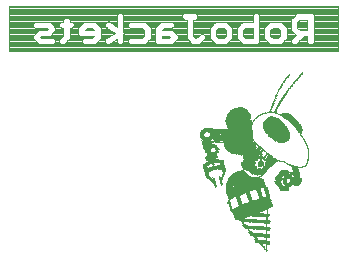
<source format=gbr>
G04 EAGLE Gerber RS-274X export*
G75*
%MOMM*%
%FSLAX34Y34*%
%LPD*%
%INSilkscreen Bottom*%
%IPPOS*%
%AMOC8*
5,1,8,0,0,1.08239X$1,22.5*%
G01*
%ADD10C,0.100000*%
%ADD11R,0.060956X0.020319*%
%ADD12R,0.101600X0.020319*%
%ADD13R,0.142238X0.020319*%
%ADD14R,0.081281X0.020319*%
%ADD15R,0.060963X0.020319*%
%ADD16R,0.081275X0.020319*%
%ADD17R,0.040638X0.020319*%
%ADD18R,0.020319X0.020319*%
%ADD19R,0.264156X0.020319*%
%ADD20R,0.426719X0.020319*%
%ADD21R,0.508000X0.020319*%
%ADD22R,0.751838X0.020319*%
%ADD23R,0.873756X0.020319*%
%ADD24R,1.036319X0.020319*%
%ADD25R,1.117600X0.020319*%
%ADD26R,1.198875X0.020319*%
%ADD27R,1.158238X0.020319*%
%ADD28R,1.076956X0.020319*%
%ADD29R,0.853438X0.020319*%
%ADD30R,0.772163X0.020319*%
%ADD31R,0.589281X0.020319*%
%ADD32R,0.467356X0.020319*%
%ADD33R,0.284481X0.020319*%
%ADD34R,0.162556X0.020319*%
%ADD35R,0.304800X0.020319*%
%ADD36R,0.589275X0.020319*%
%ADD37R,0.731519X0.020319*%
%ADD38R,0.995675X0.020319*%
%ADD39R,1.137919X0.020319*%
%ADD40R,1.402075X0.020319*%
%ADD41R,1.544319X0.020319*%
%ADD42R,1.645919X0.020319*%
%ADD43R,1.686563X0.020319*%
%ADD44R,1.686556X0.020319*%
%ADD45R,1.666238X0.020319*%
%ADD46R,1.097275X0.020319*%
%ADD47R,0.792475X0.020319*%
%ADD48R,0.670563X0.020319*%
%ADD49R,0.386081X0.020319*%
%ADD50R,0.345438X0.020319*%
%ADD51R,0.365756X0.020319*%
%ADD52R,0.670556X0.020319*%
%ADD53R,0.894075X0.020319*%
%ADD54R,1.442719X0.020319*%
%ADD55R,1.727200X0.020319*%
%ADD56R,1.930400X0.020319*%
%ADD57R,2.133600X0.020319*%
%ADD58R,2.153919X0.020319*%
%ADD59R,2.174238X0.020319*%
%ADD60R,2.052319X0.020319*%
%ADD61R,1.605281X0.020319*%
%ADD62R,0.914400X0.020319*%
%ADD63R,0.568956X0.020319*%
%ADD64R,0.121919X0.020319*%
%ADD65R,0.955038X0.020319*%
%ADD66R,1.361438X0.020319*%
%ADD67R,1.564638X0.020319*%
%ADD68R,1.971037X0.020319*%
%ADD69R,2.458719X0.020319*%
%ADD70R,2.519681X0.020319*%
%ADD71R,2.499363X0.020319*%
%ADD72R,2.357119X0.020319*%
%ADD73R,1.950719X0.020319*%
%ADD74R,0.711200X0.020319*%
%ADD75R,0.629919X0.020319*%
%ADD76R,1.076963X0.020319*%
%ADD77R,1.097281X0.020319*%
%ADD78R,0.487681X0.020319*%
%ADD79R,1.219200X0.020319*%
%ADD80R,1.239519X0.020319*%
%ADD81R,1.178556X0.020319*%
%ADD82R,1.320800X0.020319*%
%ADD83R,2.966719X0.020319*%
%ADD84R,2.987038X0.020319*%
%ADD85R,3.027675X0.020319*%
%ADD86R,2.682238X0.020319*%
%ADD87R,2.418075X0.020319*%
%ADD88R,2.011681X0.020319*%
%ADD89R,2.032000X0.020319*%
%ADD90R,2.194556X0.020319*%
%ADD91R,2.275838X0.020319*%
%ADD92R,2.296156X0.020319*%
%ADD93R,2.540000X0.020319*%
%ADD94R,2.580637X0.020319*%
%ADD95R,2.783838X0.020319*%
%ADD96R,2.804156X0.020319*%
%ADD97R,2.885438X0.020319*%
%ADD98R,2.946400X0.020319*%
%ADD99R,3.190238X0.020319*%
%ADD100R,3.169919X0.020319*%
%ADD101R,0.182881X0.020319*%
%ADD102R,2.926081X0.020319*%
%ADD103R,0.203200X0.020319*%
%ADD104R,2.905756X0.020319*%
%ADD105R,0.182875X0.020319*%
%ADD106R,2.905763X0.020319*%
%ADD107R,0.223519X0.020319*%
%ADD108R,2.926075X0.020319*%
%ADD109R,0.243838X0.020319*%
%ADD110R,2.865119X0.020319*%
%ADD111R,2.397756X0.020319*%
%ADD112R,2.377438X0.020319*%
%ADD113R,0.365762X0.020319*%
%ADD114R,2.255519X0.020319*%
%ADD115R,0.325119X0.020319*%
%ADD116R,2.072637X0.020319*%
%ADD117R,2.011675X0.020319*%
%ADD118R,0.264163X0.020319*%
%ADD119R,1.910081X0.020319*%
%ADD120R,1.889756X0.020319*%
%ADD121R,1.910075X0.020319*%
%ADD122R,1.402081X0.020319*%
%ADD123R,1.280156X0.020319*%
%ADD124R,0.386075X0.020319*%
%ADD125R,1.056638X0.020319*%
%ADD126R,0.873762X0.020319*%
%ADD127R,0.528319X0.020319*%
%ADD128R,0.447038X0.020319*%
%ADD129R,0.548638X0.020319*%
%ADD130R,0.609600X0.020319*%
%ADD131R,1.016000X0.020319*%
%ADD132R,1.198881X0.020319*%
%ADD133R,1.259838X0.020319*%
%ADD134R,1.341119X0.020319*%
%ADD135R,1.584956X0.020319*%
%ADD136R,1.991356X0.020319*%
%ADD137R,0.284475X0.020319*%
%ADD138R,1.889763X0.020319*%
%ADD139R,0.690881X0.020319*%
%ADD140R,2.499356X0.020319*%
%ADD141R,0.772156X0.020319*%
%ADD142R,0.812800X0.020319*%
%ADD143R,2.479038X0.020319*%
%ADD144R,0.792481X0.020319*%
%ADD145R,0.833119X0.020319*%
%ADD146R,2.621281X0.020319*%
%ADD147R,0.406400X0.020319*%
%ADD148R,2.661919X0.020319*%
%ADD149R,0.487675X0.020319*%
%ADD150R,2.641600X0.020319*%
%ADD151R,2.418081X0.020319*%
%ADD152R,0.690875X0.020319*%
%ADD153R,2.296163X0.020319*%
%ADD154R,2.214875X0.020319*%
%ADD155R,0.975356X0.020319*%
%ADD156R,0.995681X0.020319*%
%ADD157R,1.849119X0.020319*%
%ADD158R,1.463037X0.020319*%
%ADD159R,1.788156X0.020319*%
%ADD160R,1.483356X0.020319*%
%ADD161R,1.767838X0.020319*%
%ADD162R,1.625600X0.020319*%
%ADD163R,1.381756X0.020319*%
%ADD164R,1.503681X0.020319*%
%ADD165R,1.422400X0.020319*%
%ADD166R,1.483363X0.020319*%
%ADD167R,1.584963X0.020319*%
%ADD168R,1.605275X0.020319*%
%ADD169R,0.162562X0.020319*%
%ADD170R,2.092963X0.020319*%
%ADD171R,2.214881X0.020319*%
%ADD172R,1.524000X0.020319*%
%ADD173R,2.336800X0.020319*%
%ADD174R,0.650238X0.020319*%
%ADD175R,1.503675X0.020319*%
%ADD176R,1.828800X0.020319*%
%ADD177R,0.894081X0.020319*%
%ADD178R,0.467363X0.020319*%
%ADD179R,0.934719X0.020319*%
%ADD180R,1.808481X0.020319*%
%ADD181R,1.808475X0.020319*%
%ADD182R,1.178562X0.020319*%
%ADD183R,1.280163X0.020319*%
%ADD184R,1.300481X0.020319*%
%ADD185R,2.092956X0.020319*%
%ADD186R,2.113281X0.020319*%
%ADD187R,2.316481X0.020319*%
%ADD188R,2.621275X0.020319*%
%ADD189R,2.702556X0.020319*%
%ADD190R,2.722881X0.020319*%
%ADD191R,2.743200X0.020319*%
%ADD192R,2.763519X0.020319*%
%ADD193R,3.108956X0.020319*%
%ADD194R,2.560319X0.020319*%
%ADD195R,3.149600X0.020319*%
%ADD196R,3.271519X0.020319*%
%ADD197R,3.291838X0.020319*%
%ADD198R,3.312156X0.020319*%
%ADD199R,3.332475X0.020319*%
%ADD200R,3.352800X0.020319*%
%ADD201R,0.975363X0.020319*%
%ADD202R,3.738881X0.020319*%
%ADD203R,3.677919X0.020319*%
%ADD204R,1.706881X0.020319*%
%ADD205R,3.698238X0.020319*%
%ADD206R,3.637281X0.020319*%
%ADD207R,1.747519X0.020319*%
%ADD208R,3.637275X0.020319*%
%ADD209R,3.616956X0.020319*%
%ADD210R,2.235200X0.020319*%
%ADD211R,3.068319X0.020319*%
%ADD212R,3.616963X0.020319*%
%ADD213R,1.991363X0.020319*%
%ADD214R,3.657600X0.020319*%
%ADD215R,3.718562X0.020319*%
%ADD216R,3.779519X0.020319*%
%ADD217R,4.328163X0.020319*%
%ADD218R,4.287519X0.020319*%
%ADD219R,4.307837X0.020319*%
%ADD220R,1.869438X0.020319*%
%ADD221R,2.113275X0.020319*%
%ADD222R,1.788163X0.020319*%


D10*
X252881Y419650D02*
X248184Y419650D01*
X246291Y417757D01*
X246291Y413060D01*
X248184Y411168D01*
X252881Y411168D01*
X254773Y413060D01*
X254773Y417757D01*
X252881Y419650D01*
X294223Y419650D02*
X298920Y419650D01*
X294223Y419650D02*
X292331Y417757D01*
X292331Y413060D01*
X294223Y411168D01*
X298920Y411168D01*
X300812Y413060D01*
X300812Y417757D01*
X298920Y419650D01*
X317243Y426550D02*
X323832Y426550D01*
X317243Y426550D02*
X315350Y424657D01*
X315350Y419960D01*
X317243Y418068D01*
X323832Y418068D01*
X323832Y426550D01*
X269311Y417757D02*
X269311Y413060D01*
X271203Y411168D01*
X277793Y411168D01*
X277793Y419650D01*
X271203Y419650D01*
X269311Y417757D01*
X206841Y411168D02*
X200252Y411168D01*
X206841Y411168D02*
X207632Y411959D01*
X206841Y412750D01*
X200252Y412750D01*
X200252Y411168D01*
X141619Y419650D02*
X136922Y419650D01*
X135340Y418068D01*
X143201Y418068D01*
X141619Y419650D01*
X71000Y438100D02*
X350000Y438100D01*
X71000Y438100D02*
X71000Y400000D01*
X350000Y400000D01*
X350000Y438100D01*
X134719Y405850D02*
X133162Y407408D01*
X133162Y409610D01*
X134719Y411168D01*
X141619Y411168D01*
X143201Y412750D01*
X131269Y412750D01*
X129712Y414307D01*
X129712Y419960D01*
X131269Y421518D01*
X134719Y424968D01*
X143822Y424968D01*
X145379Y423410D01*
X148829Y419960D01*
X148829Y410858D01*
X147272Y409300D01*
X143822Y405850D01*
X141619Y405850D01*
X134719Y405850D01*
X168012Y416214D02*
X168012Y430310D01*
X168012Y416214D02*
X168177Y415967D01*
X168065Y415409D01*
X168177Y414850D01*
X168012Y414604D01*
X168012Y407408D01*
X166455Y405850D01*
X164252Y405850D01*
X162694Y407408D01*
X162694Y410441D01*
X155562Y405686D01*
X153402Y406118D01*
X152180Y407950D01*
X152612Y410110D01*
X160560Y415409D01*
X152612Y420707D01*
X152180Y422867D01*
X153402Y424700D01*
X155562Y425132D01*
X162694Y420377D01*
X162694Y430310D01*
X164252Y431868D01*
X166455Y431868D01*
X168012Y430310D01*
X171914Y421207D02*
X173472Y419650D01*
X171914Y421207D02*
X171914Y423410D01*
X173472Y424968D01*
X186025Y424968D01*
X189474Y421518D01*
X191032Y419960D01*
X191032Y410858D01*
X187582Y407408D01*
X186025Y405850D01*
X173472Y405850D01*
X171914Y407408D01*
X171914Y409610D01*
X173472Y411168D01*
X183822Y411168D01*
X185714Y413060D01*
X185714Y417757D01*
X183822Y419650D01*
X173472Y419650D01*
X209044Y424968D02*
X210602Y423410D01*
X210602Y421207D01*
X209044Y419650D01*
X202144Y419650D01*
X200562Y418068D01*
X209044Y418068D01*
X210602Y416510D01*
X214052Y413060D01*
X214052Y410858D01*
X212494Y409300D01*
X209044Y405850D01*
X196492Y405850D01*
X194934Y407408D01*
X194934Y419960D01*
X196492Y421518D01*
X199941Y424968D01*
X202144Y424968D01*
X209044Y424968D01*
X233311Y414618D02*
X235514Y414618D01*
X237071Y413060D01*
X237071Y410858D01*
X233621Y407408D01*
X232064Y405850D01*
X226411Y405850D01*
X221404Y410857D01*
X221404Y426550D01*
X219511Y426550D01*
X217954Y428107D01*
X217954Y430310D01*
X219511Y431868D01*
X228614Y431868D01*
X230171Y430310D01*
X230171Y428107D01*
X228614Y426550D01*
X226722Y426550D01*
X226722Y413060D01*
X228614Y411168D01*
X229861Y411168D01*
X233311Y414618D01*
X277793Y430310D02*
X279350Y431868D01*
X281553Y431868D01*
X283111Y430310D01*
X283111Y407408D01*
X281553Y405850D01*
X269000Y405850D01*
X265551Y409300D01*
X263993Y410858D01*
X263993Y419960D01*
X267443Y423410D01*
X269000Y424968D01*
X277793Y424968D01*
X277793Y430310D01*
X327592Y405850D02*
X329150Y407408D01*
X327592Y405850D02*
X325390Y405850D01*
X323832Y407408D01*
X323832Y412750D01*
X320693Y412750D01*
X313793Y405850D01*
X311590Y405850D01*
X310032Y407408D01*
X310032Y409610D01*
X314106Y413684D01*
X310032Y417757D01*
X310032Y426860D01*
X310069Y426896D01*
X315040Y431868D01*
X327592Y431868D01*
X329150Y430310D01*
X329150Y414307D01*
X329150Y407408D01*
X294223Y405850D02*
X292020Y405850D01*
X288570Y409300D01*
X287013Y410858D01*
X287013Y419960D01*
X290463Y423410D01*
X292020Y424968D01*
X301123Y424968D01*
X304573Y421518D01*
X306130Y419960D01*
X306130Y410858D01*
X301123Y405850D01*
X298920Y405850D01*
X294223Y405850D01*
X248184Y405850D02*
X245981Y405850D01*
X242531Y409300D01*
X240973Y410858D01*
X240973Y419960D01*
X244423Y423410D01*
X245981Y424968D01*
X255083Y424968D01*
X258533Y421518D01*
X260091Y419960D01*
X260091Y410858D01*
X255083Y405850D01*
X252881Y405850D01*
X248184Y405850D01*
X118599Y428418D02*
X117042Y426860D01*
X118599Y428418D02*
X120802Y428418D01*
X122360Y426860D01*
X122360Y424968D01*
X124252Y424968D01*
X125810Y423410D01*
X125810Y421207D01*
X124252Y419650D01*
X122360Y419650D01*
X122360Y410858D01*
X117352Y405850D01*
X115149Y405850D01*
X113592Y407408D01*
X113592Y409610D01*
X117042Y413060D01*
X117042Y419650D01*
X115149Y419650D01*
X113592Y421207D01*
X113592Y423410D01*
X115149Y424968D01*
X117042Y424968D01*
X117042Y426860D01*
X108906Y411168D02*
X110463Y409610D01*
X110463Y407408D01*
X108906Y405850D01*
X96353Y405850D01*
X92903Y409300D01*
X91346Y410858D01*
X91346Y413060D01*
X94795Y416510D01*
X96353Y418068D01*
X103253Y418068D01*
X104044Y418859D01*
X103253Y419650D01*
X92903Y419650D01*
X91346Y421207D01*
X91346Y423410D01*
X92903Y424968D01*
X105456Y424968D01*
X107013Y423410D01*
X108928Y421495D01*
X110463Y419960D01*
X110463Y417757D01*
X110427Y417721D01*
X105456Y412750D01*
X98556Y412750D01*
X97765Y411959D01*
X98556Y411168D01*
X108906Y411168D01*
X71000Y400000D02*
X350000Y400000D01*
X350000Y401000D02*
X71000Y401000D01*
X71000Y402000D02*
X350000Y402000D01*
X350000Y403000D02*
X71000Y403000D01*
X71000Y404000D02*
X350000Y404000D01*
X350000Y405000D02*
X71000Y405000D01*
X327742Y406000D02*
X350000Y406000D01*
X325240Y406000D02*
X313943Y406000D01*
X311440Y406000D02*
X301273Y406000D01*
X291870Y406000D02*
X281703Y406000D01*
X268850Y406000D02*
X255233Y406000D01*
X245831Y406000D02*
X232214Y406000D01*
X226261Y406000D02*
X209194Y406000D01*
X196342Y406000D02*
X186175Y406000D01*
X173322Y406000D02*
X166605Y406000D01*
X164102Y406000D02*
X156034Y406000D01*
X153990Y406000D02*
X143972Y406000D01*
X134569Y406000D02*
X117502Y406000D01*
X114999Y406000D02*
X109056Y406000D01*
X96203Y406000D02*
X71000Y406000D01*
X328742Y407000D02*
X350000Y407000D01*
X324240Y407000D02*
X314943Y407000D01*
X310440Y407000D02*
X302273Y407000D01*
X290870Y407000D02*
X282703Y407000D01*
X267850Y407000D02*
X256233Y407000D01*
X244831Y407000D02*
X233214Y407000D01*
X225261Y407000D02*
X210194Y407000D01*
X195342Y407000D02*
X187175Y407000D01*
X172322Y407000D02*
X167605Y407000D01*
X163102Y407000D02*
X157534Y407000D01*
X152814Y407000D02*
X144972Y407000D01*
X133569Y407000D02*
X118502Y407000D01*
X113999Y407000D02*
X110056Y407000D01*
X95203Y407000D02*
X71000Y407000D01*
X329150Y408000D02*
X350000Y408000D01*
X323832Y408000D02*
X315943Y408000D01*
X310032Y408000D02*
X303273Y408000D01*
X289870Y408000D02*
X283111Y408000D01*
X266850Y408000D02*
X257233Y408000D01*
X243831Y408000D02*
X234214Y408000D01*
X224261Y408000D02*
X211194Y408000D01*
X194934Y408000D02*
X188175Y408000D01*
X171914Y408000D02*
X168012Y408000D01*
X162694Y408000D02*
X159034Y408000D01*
X152190Y408000D02*
X145972Y408000D01*
X133162Y408000D02*
X119502Y408000D01*
X113592Y408000D02*
X110463Y408000D01*
X94203Y408000D02*
X71000Y408000D01*
X329150Y409000D02*
X350000Y409000D01*
X323832Y409000D02*
X316943Y409000D01*
X310032Y409000D02*
X304273Y409000D01*
X288870Y409000D02*
X283111Y409000D01*
X265850Y409000D02*
X258233Y409000D01*
X242831Y409000D02*
X235214Y409000D01*
X223261Y409000D02*
X212194Y409000D01*
X194934Y409000D02*
X189175Y409000D01*
X171914Y409000D02*
X168012Y409000D01*
X162694Y409000D02*
X160534Y409000D01*
X152390Y409000D02*
X146972Y409000D01*
X133162Y409000D02*
X120502Y409000D01*
X113592Y409000D02*
X110463Y409000D01*
X93203Y409000D02*
X71000Y409000D01*
X329150Y410000D02*
X350000Y410000D01*
X323832Y410000D02*
X317943Y410000D01*
X310422Y410000D02*
X305273Y410000D01*
X287870Y410000D02*
X283111Y410000D01*
X264850Y410000D02*
X259233Y410000D01*
X241831Y410000D02*
X236214Y410000D01*
X222261Y410000D02*
X213194Y410000D01*
X194934Y410000D02*
X190175Y410000D01*
X172304Y410000D02*
X168012Y410000D01*
X162694Y410000D02*
X162034Y410000D01*
X152590Y410000D02*
X147972Y410000D01*
X133551Y410000D02*
X121502Y410000D01*
X113981Y410000D02*
X110074Y410000D01*
X92203Y410000D02*
X71000Y410000D01*
X329150Y411000D02*
X350000Y411000D01*
X323832Y411000D02*
X318943Y411000D01*
X311422Y411000D02*
X306130Y411000D01*
X287013Y411000D02*
X283111Y411000D01*
X263993Y411000D02*
X260091Y411000D01*
X240973Y411000D02*
X237071Y411000D01*
X221404Y411000D02*
X214052Y411000D01*
X194934Y411000D02*
X191032Y411000D01*
X173304Y411000D02*
X168012Y411000D01*
X153946Y411000D02*
X148829Y411000D01*
X134551Y411000D02*
X122360Y411000D01*
X114981Y411000D02*
X109074Y411000D01*
X91346Y411000D02*
X71000Y411000D01*
X329150Y412000D02*
X350000Y412000D01*
X323832Y412000D02*
X319943Y412000D01*
X312422Y412000D02*
X306130Y412000D01*
X299752Y412000D02*
X293391Y412000D01*
X287013Y412000D02*
X283111Y412000D01*
X277793Y412000D02*
X270371Y412000D01*
X263993Y412000D02*
X260091Y412000D01*
X253713Y412000D02*
X247352Y412000D01*
X240973Y412000D02*
X237071Y412000D01*
X230693Y412000D02*
X227782Y412000D01*
X221404Y412000D02*
X214052Y412000D01*
X207591Y412000D02*
X200252Y412000D01*
X194934Y412000D02*
X191032Y412000D01*
X184654Y412000D02*
X168012Y412000D01*
X155447Y412000D02*
X148829Y412000D01*
X142451Y412000D02*
X122360Y412000D01*
X115982Y412000D02*
X97806Y412000D01*
X91346Y412000D02*
X71000Y412000D01*
X329150Y413000D02*
X350000Y413000D01*
X313422Y413000D02*
X306130Y413000D01*
X300752Y413000D02*
X292391Y413000D01*
X287013Y413000D02*
X283111Y413000D01*
X277793Y413000D02*
X269371Y413000D01*
X263993Y413000D02*
X260091Y413000D01*
X254713Y413000D02*
X246352Y413000D01*
X240973Y413000D02*
X237071Y413000D01*
X231693Y413000D02*
X226782Y413000D01*
X221404Y413000D02*
X214052Y413000D01*
X194934Y413000D02*
X191032Y413000D01*
X185654Y413000D02*
X168012Y413000D01*
X156947Y413000D02*
X148829Y413000D01*
X131019Y413000D02*
X122360Y413000D01*
X116981Y413000D02*
X105706Y413000D01*
X91346Y413000D02*
X71000Y413000D01*
X329150Y414000D02*
X350000Y414000D01*
X313790Y414000D02*
X306130Y414000D01*
X300812Y414000D02*
X292331Y414000D01*
X287013Y414000D02*
X283111Y414000D01*
X277793Y414000D02*
X269311Y414000D01*
X263993Y414000D02*
X260091Y414000D01*
X254773Y414000D02*
X246291Y414000D01*
X240973Y414000D02*
X236132Y414000D01*
X232693Y414000D02*
X226722Y414000D01*
X221404Y414000D02*
X213112Y414000D01*
X194934Y414000D02*
X191032Y414000D01*
X185714Y414000D02*
X168012Y414000D01*
X158447Y414000D02*
X148829Y414000D01*
X130019Y414000D02*
X122360Y414000D01*
X117042Y414000D02*
X106706Y414000D01*
X92285Y414000D02*
X71000Y414000D01*
X329150Y415000D02*
X350000Y415000D01*
X312790Y415000D02*
X306130Y415000D01*
X300812Y415000D02*
X292331Y415000D01*
X287013Y415000D02*
X283111Y415000D01*
X277793Y415000D02*
X269311Y415000D01*
X263993Y415000D02*
X260091Y415000D01*
X254773Y415000D02*
X246291Y415000D01*
X240973Y415000D02*
X226722Y415000D01*
X221404Y415000D02*
X212112Y415000D01*
X194934Y415000D02*
X191032Y415000D01*
X185714Y415000D02*
X168147Y415000D01*
X159947Y415000D02*
X148829Y415000D01*
X129712Y415000D02*
X122360Y415000D01*
X117042Y415000D02*
X107706Y415000D01*
X93285Y415000D02*
X71000Y415000D01*
X329150Y416000D02*
X350000Y416000D01*
X311790Y416000D02*
X306130Y416000D01*
X300812Y416000D02*
X292331Y416000D01*
X287013Y416000D02*
X283111Y416000D01*
X277793Y416000D02*
X269311Y416000D01*
X263993Y416000D02*
X260091Y416000D01*
X254773Y416000D02*
X246291Y416000D01*
X240973Y416000D02*
X226722Y416000D01*
X221404Y416000D02*
X211112Y416000D01*
X194934Y416000D02*
X191032Y416000D01*
X185714Y416000D02*
X168155Y416000D01*
X159673Y416000D02*
X148829Y416000D01*
X129712Y416000D02*
X122360Y416000D01*
X117042Y416000D02*
X108706Y416000D01*
X94285Y416000D02*
X71000Y416000D01*
X329150Y417000D02*
X350000Y417000D01*
X310790Y417000D02*
X306130Y417000D01*
X300812Y417000D02*
X292331Y417000D01*
X287013Y417000D02*
X283111Y417000D01*
X277793Y417000D02*
X269311Y417000D01*
X263993Y417000D02*
X260091Y417000D01*
X254773Y417000D02*
X246291Y417000D01*
X240973Y417000D02*
X226722Y417000D01*
X221404Y417000D02*
X210112Y417000D01*
X194934Y417000D02*
X191032Y417000D01*
X185714Y417000D02*
X168012Y417000D01*
X158173Y417000D02*
X148829Y417000D01*
X129712Y417000D02*
X122360Y417000D01*
X117042Y417000D02*
X109706Y417000D01*
X95285Y417000D02*
X71000Y417000D01*
X329150Y418000D02*
X350000Y418000D01*
X310032Y418000D02*
X306130Y418000D01*
X300570Y418000D02*
X292573Y418000D01*
X287013Y418000D02*
X283111Y418000D01*
X277793Y418000D02*
X269553Y418000D01*
X263993Y418000D02*
X260091Y418000D01*
X254530Y418000D02*
X246534Y418000D01*
X240973Y418000D02*
X226722Y418000D01*
X221404Y418000D02*
X209112Y418000D01*
X194934Y418000D02*
X191032Y418000D01*
X185472Y418000D02*
X168012Y418000D01*
X156673Y418000D02*
X148829Y418000D01*
X129712Y418000D02*
X122360Y418000D01*
X117042Y418000D02*
X110463Y418000D01*
X96285Y418000D02*
X71000Y418000D01*
X329150Y419000D02*
X350000Y419000D01*
X323832Y419000D02*
X316310Y419000D01*
X310032Y419000D02*
X306130Y419000D01*
X299570Y419000D02*
X293573Y419000D01*
X287013Y419000D02*
X283111Y419000D01*
X277793Y419000D02*
X270553Y419000D01*
X263993Y419000D02*
X260091Y419000D01*
X253530Y419000D02*
X247534Y419000D01*
X240973Y419000D02*
X226722Y419000D01*
X221404Y419000D02*
X201494Y419000D01*
X194934Y419000D02*
X191032Y419000D01*
X184472Y419000D02*
X168012Y419000D01*
X155173Y419000D02*
X148829Y419000D01*
X142269Y419000D02*
X136272Y419000D01*
X129712Y419000D02*
X122360Y419000D01*
X117042Y419000D02*
X110463Y419000D01*
X103903Y419000D02*
X71000Y419000D01*
X329150Y420000D02*
X350000Y420000D01*
X323832Y420000D02*
X315350Y420000D01*
X310032Y420000D02*
X306091Y420000D01*
X287052Y420000D02*
X283111Y420000D01*
X264033Y420000D02*
X260051Y420000D01*
X241013Y420000D02*
X226722Y420000D01*
X221404Y420000D02*
X209394Y420000D01*
X194974Y420000D02*
X190992Y420000D01*
X173122Y420000D02*
X168012Y420000D01*
X153673Y420000D02*
X148790Y420000D01*
X129751Y420000D02*
X124602Y420000D01*
X114799Y420000D02*
X110423Y420000D01*
X92553Y420000D02*
X71000Y420000D01*
X329150Y421000D02*
X350000Y421000D01*
X323832Y421000D02*
X315350Y421000D01*
X310032Y421000D02*
X305091Y421000D01*
X288052Y421000D02*
X283111Y421000D01*
X265033Y421000D02*
X259051Y421000D01*
X242013Y421000D02*
X226722Y421000D01*
X221404Y421000D02*
X210394Y421000D01*
X195974Y421000D02*
X189992Y421000D01*
X172122Y421000D02*
X168012Y421000D01*
X162694Y421000D02*
X161760Y421000D01*
X152554Y421000D02*
X147790Y421000D01*
X130751Y421000D02*
X125602Y421000D01*
X113799Y421000D02*
X109423Y421000D01*
X91553Y421000D02*
X71000Y421000D01*
X329150Y422000D02*
X350000Y422000D01*
X323832Y422000D02*
X315350Y422000D01*
X310032Y422000D02*
X304091Y422000D01*
X289052Y422000D02*
X283111Y422000D01*
X266033Y422000D02*
X258051Y422000D01*
X243013Y422000D02*
X226722Y422000D01*
X221404Y422000D02*
X210602Y422000D01*
X196974Y422000D02*
X188992Y422000D01*
X171914Y422000D02*
X168012Y422000D01*
X162694Y422000D02*
X160260Y422000D01*
X152354Y422000D02*
X146790Y422000D01*
X131751Y422000D02*
X125810Y422000D01*
X113592Y422000D02*
X108423Y422000D01*
X91346Y422000D02*
X71000Y422000D01*
X329150Y423000D02*
X350000Y423000D01*
X323832Y423000D02*
X315350Y423000D01*
X310032Y423000D02*
X303091Y423000D01*
X290052Y423000D02*
X283111Y423000D01*
X267033Y423000D02*
X257051Y423000D01*
X244013Y423000D02*
X226722Y423000D01*
X221404Y423000D02*
X210602Y423000D01*
X197974Y423000D02*
X187992Y423000D01*
X171914Y423000D02*
X168012Y423000D01*
X162694Y423000D02*
X158760Y423000D01*
X152269Y423000D02*
X145790Y423000D01*
X132751Y423000D02*
X125810Y423000D01*
X113592Y423000D02*
X107423Y423000D01*
X91346Y423000D02*
X71000Y423000D01*
X329150Y424000D02*
X350000Y424000D01*
X323832Y424000D02*
X315350Y424000D01*
X310032Y424000D02*
X302091Y424000D01*
X291052Y424000D02*
X283111Y424000D01*
X268033Y424000D02*
X256051Y424000D01*
X245013Y424000D02*
X226722Y424000D01*
X221404Y424000D02*
X210012Y424000D01*
X198974Y424000D02*
X186992Y424000D01*
X172504Y424000D02*
X168012Y424000D01*
X162694Y424000D02*
X157260Y424000D01*
X152935Y424000D02*
X144790Y424000D01*
X133751Y424000D02*
X125220Y424000D01*
X114182Y424000D02*
X106424Y424000D01*
X91935Y424000D02*
X71000Y424000D01*
X329150Y425000D02*
X350000Y425000D01*
X323832Y425000D02*
X315693Y425000D01*
X310032Y425000D02*
X283111Y425000D01*
X277793Y425000D02*
X226722Y425000D01*
X221404Y425000D02*
X168012Y425000D01*
X162694Y425000D02*
X155760Y425000D01*
X154901Y425000D02*
X122360Y425000D01*
X117042Y425000D02*
X71000Y425000D01*
X329150Y426000D02*
X350000Y426000D01*
X323832Y426000D02*
X316693Y426000D01*
X310032Y426000D02*
X283111Y426000D01*
X277793Y426000D02*
X226722Y426000D01*
X221404Y426000D02*
X168012Y426000D01*
X162694Y426000D02*
X122360Y426000D01*
X117042Y426000D02*
X71000Y426000D01*
X329150Y427000D02*
X350000Y427000D01*
X310172Y427000D02*
X283111Y427000D01*
X277793Y427000D02*
X229064Y427000D01*
X219061Y427000D02*
X168012Y427000D01*
X162694Y427000D02*
X122220Y427000D01*
X117182Y427000D02*
X71000Y427000D01*
X329150Y428000D02*
X350000Y428000D01*
X311172Y428000D02*
X283111Y428000D01*
X277793Y428000D02*
X230064Y428000D01*
X218061Y428000D02*
X168012Y428000D01*
X162694Y428000D02*
X121220Y428000D01*
X118182Y428000D02*
X71000Y428000D01*
X329150Y429000D02*
X350000Y429000D01*
X312172Y429000D02*
X283111Y429000D01*
X277793Y429000D02*
X230171Y429000D01*
X217954Y429000D02*
X168012Y429000D01*
X162694Y429000D02*
X71000Y429000D01*
X329150Y430000D02*
X350000Y430000D01*
X313172Y430000D02*
X283111Y430000D01*
X277793Y430000D02*
X230171Y430000D01*
X217954Y430000D02*
X168012Y430000D01*
X162694Y430000D02*
X71000Y430000D01*
X328460Y431000D02*
X350000Y431000D01*
X314172Y431000D02*
X282421Y431000D01*
X278483Y431000D02*
X229482Y431000D01*
X218644Y431000D02*
X167322Y431000D01*
X163384Y431000D02*
X71000Y431000D01*
X71000Y432000D02*
X350000Y432000D01*
X350000Y433000D02*
X71000Y433000D01*
X71000Y434000D02*
X350000Y434000D01*
X350000Y435000D02*
X71000Y435000D01*
X71000Y436000D02*
X350000Y436000D01*
X350000Y437000D02*
X71000Y437000D01*
X71000Y438000D02*
X350000Y438000D01*
D11*
X289670Y230152D03*
X289467Y230356D03*
D12*
X289467Y230559D03*
X289263Y230762D03*
D13*
X289263Y230965D03*
X289263Y231168D03*
D11*
X289670Y231372D03*
D14*
X288755Y231372D03*
D11*
X289670Y231575D03*
X288654Y231575D03*
X289670Y231778D03*
X288451Y231778D03*
X289670Y231981D03*
X288247Y231981D03*
X289670Y232184D03*
X288044Y232184D03*
X289670Y232388D03*
D15*
X287841Y232388D03*
D11*
X289670Y232591D03*
D14*
X287739Y232591D03*
D11*
X289670Y232794D03*
D16*
X287536Y232794D03*
D11*
X289670Y232997D03*
D12*
X287435Y232997D03*
D11*
X289670Y233200D03*
D12*
X287231Y233200D03*
D11*
X289670Y233404D03*
D12*
X287028Y233404D03*
D11*
X289670Y233607D03*
D14*
X286927Y233607D03*
D11*
X289670Y233810D03*
D12*
X286622Y233810D03*
D11*
X289670Y234013D03*
X286622Y234013D03*
X289670Y234216D03*
D14*
X286317Y234216D03*
D11*
X289670Y234420D03*
X286215Y234420D03*
X289670Y234623D03*
X286012Y234623D03*
X289670Y234826D03*
D15*
X285809Y234826D03*
D11*
X289670Y235029D03*
D14*
X285707Y235029D03*
D17*
X289771Y235232D03*
D11*
X285403Y235232D03*
X289670Y235436D03*
D14*
X285301Y235436D03*
D17*
X289771Y235639D03*
D16*
X285098Y235639D03*
D11*
X289670Y235842D03*
D12*
X284996Y235842D03*
D17*
X289771Y236045D03*
D12*
X284793Y236045D03*
D13*
X291295Y236248D03*
D18*
X290279Y236248D03*
D11*
X289670Y236248D03*
D12*
X284590Y236248D03*
D19*
X290483Y236452D03*
D16*
X284488Y236452D03*
D20*
X289873Y236655D03*
D18*
X287435Y236655D03*
X287028Y236655D03*
D12*
X284183Y236655D03*
D21*
X289263Y236858D03*
D18*
X286419Y236858D03*
X286012Y236858D03*
D16*
X284082Y236858D03*
D22*
X288247Y237061D03*
D14*
X283879Y237061D03*
D23*
X287435Y237264D03*
D24*
X286825Y237468D03*
D18*
X281339Y237468D03*
D25*
X286215Y237671D03*
D18*
X280323Y237671D03*
D26*
X286012Y237874D03*
D27*
X286012Y238077D03*
D26*
X286012Y238280D03*
D18*
X291702Y238484D03*
D27*
X285606Y238484D03*
D18*
X290686Y238687D03*
D28*
X284996Y238687D03*
D15*
X289873Y238890D03*
D18*
X288857Y238890D03*
X288451Y238890D03*
D29*
X283879Y238890D03*
D11*
X289670Y239093D03*
D18*
X287841Y239093D03*
X287435Y239093D03*
D30*
X283269Y239093D03*
D15*
X289873Y239296D03*
D18*
X285606Y239296D03*
D31*
X282355Y239296D03*
D11*
X289670Y239500D03*
D18*
X284183Y239500D03*
D32*
X281542Y239500D03*
D15*
X289873Y239703D03*
D18*
X282355Y239703D03*
D33*
X280627Y239703D03*
D11*
X289670Y239906D03*
D12*
X281339Y239906D03*
D34*
X279815Y239906D03*
D15*
X289873Y240109D03*
D11*
X281339Y240109D03*
D18*
X279103Y240109D03*
D11*
X289670Y240312D03*
D14*
X281237Y240312D03*
D15*
X289873Y240516D03*
D11*
X280932Y240516D03*
X289670Y240719D03*
D12*
X280932Y240719D03*
D15*
X289873Y240922D03*
D14*
X280627Y240922D03*
D11*
X289670Y241125D03*
D12*
X280526Y241125D03*
D15*
X289873Y241328D03*
D14*
X280221Y241328D03*
D11*
X289670Y241532D03*
D12*
X280119Y241532D03*
D15*
X289873Y241735D03*
D12*
X279916Y241735D03*
D19*
X290686Y241938D03*
D14*
X279815Y241938D03*
D35*
X290279Y242141D03*
D18*
X288451Y242141D03*
X288044Y242141D03*
D14*
X279611Y242141D03*
D36*
X289060Y242344D03*
D18*
X285809Y242344D03*
X285403Y242344D03*
D12*
X279307Y242344D03*
D37*
X288349Y242548D03*
D18*
X284387Y242548D03*
X283980Y242548D03*
D11*
X279307Y242548D03*
D38*
X287028Y242751D03*
D18*
X281745Y242751D03*
X281339Y242751D03*
D16*
X279002Y242751D03*
D39*
X286317Y242954D03*
D18*
X280323Y242954D03*
X279916Y242954D03*
D11*
X278900Y242954D03*
D40*
X284996Y243157D03*
D18*
X277681Y243157D03*
X277275Y243157D03*
D41*
X284285Y243360D03*
D18*
X276259Y243360D03*
X275852Y243360D03*
D42*
X283777Y243564D03*
D43*
X283777Y243767D03*
D44*
X283574Y243970D03*
D18*
X292108Y244173D03*
D45*
X283472Y244173D03*
D18*
X290686Y244376D03*
D41*
X282659Y244376D03*
D15*
X289873Y244580D03*
D18*
X287638Y244580D03*
X287231Y244580D03*
D26*
X280932Y244580D03*
D14*
X289771Y244783D03*
D18*
X286215Y244783D03*
X285809Y244783D03*
D46*
X280018Y244783D03*
D15*
X289873Y244986D03*
D18*
X283574Y244986D03*
X283167Y244986D03*
X282761Y244986D03*
D47*
X278494Y244986D03*
D14*
X289771Y245189D03*
D18*
X281745Y245189D03*
X281339Y245189D03*
D48*
X277681Y245189D03*
D15*
X289873Y245392D03*
D18*
X279103Y245392D03*
X278697Y245392D03*
X278291Y245392D03*
D49*
X276055Y245392D03*
D14*
X289771Y245596D03*
D50*
X275649Y245596D03*
D15*
X289873Y245799D03*
D11*
X276462Y245799D03*
D18*
X274227Y245799D03*
D14*
X289771Y246002D03*
D16*
X276360Y246002D03*
D15*
X289873Y246205D03*
D14*
X276157Y246205D03*
X289771Y246408D03*
D12*
X276055Y246408D03*
D15*
X289873Y246612D03*
D12*
X275852Y246612D03*
D15*
X289873Y246815D03*
D12*
X275649Y246815D03*
D15*
X289873Y247018D03*
D12*
X275446Y247018D03*
D15*
X289873Y247221D03*
D12*
X275243Y247221D03*
D15*
X289873Y247424D03*
D14*
X275141Y247424D03*
D15*
X289873Y247628D03*
D16*
X274938Y247628D03*
D15*
X289873Y247831D03*
D11*
X274836Y247831D03*
D13*
X291295Y248034D03*
D12*
X289873Y248034D03*
D15*
X274633Y248034D03*
D51*
X290178Y248237D03*
D18*
X288044Y248237D03*
X287638Y248237D03*
D11*
X274430Y248237D03*
D52*
X288654Y248440D03*
D18*
X284996Y248440D03*
X284590Y248440D03*
X284183Y248440D03*
D11*
X274227Y248440D03*
D53*
X287536Y248644D03*
D18*
X282761Y248644D03*
X282355Y248644D03*
D11*
X274023Y248644D03*
D26*
X286012Y248847D03*
D18*
X279713Y248847D03*
X279307Y248847D03*
X278900Y248847D03*
D16*
X273922Y248847D03*
D54*
X284996Y249050D03*
D18*
X277478Y249050D03*
X277071Y249050D03*
X276665Y249050D03*
D14*
X273719Y249050D03*
D55*
X283371Y249253D03*
D18*
X274430Y249253D03*
D12*
X273617Y249253D03*
D56*
X282558Y249456D03*
D18*
X272601Y249456D03*
X272195Y249456D03*
X271788Y249456D03*
D57*
X281542Y249660D03*
D58*
X281440Y249863D03*
D59*
X281339Y250066D03*
X281339Y250269D03*
D18*
X291092Y250472D03*
X290686Y250472D03*
D60*
X280119Y250472D03*
D15*
X289873Y250676D03*
D18*
X287231Y250676D03*
X286825Y250676D03*
X286419Y250676D03*
D61*
X278087Y250676D03*
D14*
X289975Y250879D03*
D18*
X284996Y250879D03*
X284590Y250879D03*
X284183Y250879D03*
D54*
X276665Y250879D03*
D15*
X289873Y251082D03*
D18*
X281542Y251082D03*
X281135Y251082D03*
X280729Y251082D03*
D28*
X275039Y251082D03*
D14*
X289975Y251285D03*
D18*
X279307Y251285D03*
X278900Y251285D03*
X278494Y251285D03*
D62*
X273617Y251285D03*
D15*
X289873Y251488D03*
D18*
X275852Y251488D03*
X275446Y251488D03*
X275039Y251488D03*
D63*
X271890Y251488D03*
D14*
X289975Y251692D03*
D18*
X273617Y251692D03*
X273211Y251692D03*
X272804Y251692D03*
D51*
X270671Y251692D03*
D15*
X289873Y251895D03*
D16*
X271280Y251895D03*
D18*
X270163Y251895D03*
X269756Y251895D03*
X269350Y251895D03*
D17*
X268842Y251895D03*
D14*
X289975Y252098D03*
D12*
X271179Y252098D03*
D15*
X289873Y252301D03*
D12*
X270975Y252301D03*
D14*
X289975Y252504D03*
D12*
X270772Y252504D03*
D15*
X289873Y252708D03*
D14*
X270671Y252708D03*
X289975Y252911D03*
X270467Y252911D03*
D15*
X289873Y253114D03*
D16*
X270264Y253114D03*
D14*
X289975Y253317D03*
X270061Y253317D03*
D15*
X289873Y253520D03*
D11*
X269959Y253520D03*
D64*
X291600Y253724D03*
D18*
X290686Y253724D03*
D14*
X289975Y253724D03*
D16*
X269858Y253724D03*
D50*
X290483Y253927D03*
D18*
X288451Y253927D03*
X288044Y253927D03*
X287638Y253927D03*
D15*
X269553Y253927D03*
D37*
X288552Y254130D03*
D18*
X284590Y254130D03*
X284183Y254130D03*
X283777Y254130D03*
D14*
X269451Y254130D03*
D65*
X287435Y254333D03*
D18*
X282355Y254333D03*
X281948Y254333D03*
X281542Y254333D03*
D11*
X269147Y254333D03*
D66*
X285606Y254536D03*
D18*
X278494Y254536D03*
X278087Y254536D03*
X277681Y254536D03*
D12*
X269147Y254536D03*
D67*
X284387Y254740D03*
D18*
X276259Y254740D03*
X275852Y254740D03*
X275446Y254740D03*
D16*
X268842Y254740D03*
D68*
X282558Y254943D03*
D18*
X272398Y254943D03*
X271991Y254943D03*
X271585Y254943D03*
D12*
X268740Y254943D03*
D59*
X281339Y255146D03*
D18*
X270163Y255146D03*
X269756Y255146D03*
X269350Y255146D03*
D14*
X268639Y255146D03*
D69*
X280119Y255349D03*
X279916Y255552D03*
D70*
X279815Y255756D03*
D71*
X279713Y255959D03*
D18*
X291905Y256162D03*
X291499Y256162D03*
X291092Y256162D03*
X290686Y256162D03*
D72*
X278595Y256162D03*
D15*
X289873Y256365D03*
D18*
X287638Y256365D03*
X287231Y256365D03*
X286825Y256365D03*
X286419Y256365D03*
D73*
X276360Y256365D03*
D11*
X290076Y256568D03*
D18*
X284996Y256568D03*
X284590Y256568D03*
X284183Y256568D03*
X283777Y256568D03*
D55*
X274836Y256568D03*
D15*
X289873Y256772D03*
D18*
X280729Y256772D03*
X280323Y256772D03*
X279916Y256772D03*
D66*
X272804Y256772D03*
D11*
X290076Y256975D03*
D18*
X278494Y256975D03*
X278087Y256975D03*
X277681Y256975D03*
X277275Y256975D03*
D25*
X271382Y256975D03*
D17*
X262949Y256975D03*
D15*
X289873Y257178D03*
D18*
X274227Y257178D03*
X273820Y257178D03*
X273414Y257178D03*
X273007Y257178D03*
D74*
X269147Y257178D03*
D18*
X265286Y257178D03*
X264879Y257178D03*
X264473Y257178D03*
X264067Y257178D03*
X263660Y257178D03*
D11*
X263051Y257178D03*
X290076Y257381D03*
D18*
X271585Y257381D03*
X271179Y257381D03*
X270772Y257381D03*
X270366Y257381D03*
D22*
X266302Y257381D03*
D15*
X289873Y257584D03*
D75*
X265895Y257584D03*
D11*
X290076Y257788D03*
D74*
X266099Y257788D03*
D17*
X289975Y257991D03*
D47*
X266302Y257991D03*
D11*
X290076Y258194D03*
D29*
X266607Y258194D03*
D17*
X289975Y258397D03*
D23*
X266708Y258397D03*
D11*
X290076Y258600D03*
D65*
X266911Y258600D03*
D17*
X289975Y258804D03*
D38*
X267318Y258804D03*
D11*
X290076Y259007D03*
D76*
X267521Y259007D03*
D11*
X291092Y259210D03*
D12*
X290076Y259210D03*
D77*
X267623Y259210D03*
D78*
X288959Y259413D03*
D18*
X286215Y259413D03*
X285809Y259413D03*
X285403Y259413D03*
X284996Y259413D03*
D79*
X268029Y259413D03*
D22*
X287638Y259616D03*
D18*
X283574Y259616D03*
X283167Y259616D03*
X282761Y259616D03*
D80*
X268131Y259616D03*
D81*
X285504Y259820D03*
D18*
X279307Y259820D03*
X278900Y259820D03*
X278494Y259820D03*
X278087Y259820D03*
D82*
X268334Y259820D03*
D54*
X284183Y260023D03*
D18*
X276665Y260023D03*
X276259Y260023D03*
X275852Y260023D03*
D66*
X268740Y260023D03*
D83*
X276563Y260226D03*
X276563Y260429D03*
D84*
X276665Y260632D03*
X276462Y260836D03*
D85*
X276462Y261039D03*
D84*
X276462Y261242D03*
D85*
X276462Y261445D03*
D15*
X289873Y261648D03*
D18*
X289263Y261648D03*
X288857Y261648D03*
X288451Y261648D03*
D86*
X274735Y261648D03*
D11*
X290076Y261852D03*
D18*
X287028Y261852D03*
X286622Y261852D03*
X286215Y261852D03*
X285809Y261852D03*
D87*
X273414Y261852D03*
D11*
X290076Y262055D03*
D18*
X282355Y262055D03*
X281948Y262055D03*
X281542Y262055D03*
D88*
X271179Y262055D03*
D11*
X290076Y262258D03*
D89*
X271280Y262258D03*
D11*
X290076Y262461D03*
D60*
X271382Y262461D03*
D11*
X290076Y262664D03*
D18*
X282558Y262664D03*
D57*
X271585Y262664D03*
D11*
X290076Y262868D03*
D90*
X271890Y262868D03*
D11*
X290076Y263071D03*
D91*
X272093Y263071D03*
D11*
X290076Y263274D03*
D18*
X283980Y263274D03*
D92*
X272195Y263274D03*
D11*
X290076Y263477D03*
D18*
X284590Y263477D03*
D72*
X272499Y263477D03*
D11*
X290076Y263680D03*
D87*
X272804Y263680D03*
D11*
X290076Y263884D03*
D93*
X272804Y263884D03*
D11*
X290076Y264087D03*
D18*
X286012Y264087D03*
D94*
X272804Y264087D03*
D18*
X259596Y264087D03*
D11*
X290076Y264290D03*
D95*
X272804Y264290D03*
D11*
X290076Y264493D03*
D96*
X272906Y264493D03*
D11*
X290076Y264696D03*
D97*
X273109Y264696D03*
D11*
X290076Y264900D03*
D98*
X273414Y264900D03*
D99*
X274430Y265103D03*
D100*
X274531Y265306D03*
D84*
X275446Y265509D03*
D101*
X259393Y265509D03*
D102*
X275751Y265712D03*
D103*
X259291Y265712D03*
D98*
X276055Y265916D03*
D103*
X259291Y265916D03*
D104*
X276462Y266119D03*
D105*
X259190Y266119D03*
D106*
X276665Y266322D03*
D107*
X259190Y266322D03*
D104*
X276868Y266525D03*
D103*
X259088Y266525D03*
D98*
X277275Y266728D03*
D103*
X259088Y266728D03*
D106*
X277681Y266932D03*
D107*
X258987Y266932D03*
D108*
X277986Y267135D03*
D103*
X258885Y267135D03*
D104*
X278494Y267338D03*
D103*
X258885Y267338D03*
D106*
X278697Y267541D03*
D107*
X258783Y267541D03*
D97*
X279205Y267744D03*
D103*
X258682Y267744D03*
D104*
X279510Y267948D03*
D103*
X258682Y267948D03*
D106*
X279713Y268151D03*
D107*
X258580Y268151D03*
D104*
X280119Y268354D03*
D109*
X258479Y268354D03*
D104*
X280119Y268557D03*
D107*
X258580Y268557D03*
D97*
X280018Y268760D03*
D107*
X258377Y268760D03*
D97*
X280018Y268964D03*
D103*
X258275Y268964D03*
D104*
X279916Y269167D03*
D109*
X258275Y269167D03*
D110*
X279916Y269370D03*
D107*
X258174Y269370D03*
D70*
X281643Y269573D03*
D50*
X267115Y269573D03*
D109*
X258072Y269573D03*
D111*
X282050Y269776D03*
D50*
X266911Y269776D03*
D107*
X258174Y269776D03*
D112*
X282151Y269980D03*
D113*
X267013Y269980D03*
D107*
X257971Y269980D03*
D92*
X282355Y270183D03*
D50*
X266911Y270183D03*
D109*
X257869Y270183D03*
D114*
X282761Y270386D03*
D51*
X266810Y270386D03*
D109*
X257869Y270386D03*
D59*
X282964Y270589D03*
D115*
X266810Y270589D03*
D107*
X257767Y270589D03*
D57*
X282964Y270792D03*
D50*
X266708Y270792D03*
D19*
X257767Y270792D03*
D116*
X283269Y270996D03*
D51*
X266607Y270996D03*
D109*
X257666Y270996D03*
D117*
X283574Y271199D03*
D50*
X266708Y271199D03*
D109*
X257666Y271199D03*
D56*
X283777Y271402D03*
D50*
X266505Y271402D03*
D19*
X257564Y271402D03*
D56*
X283980Y271605D03*
D51*
X266403Y271605D03*
D118*
X257361Y271605D03*
D56*
X283777Y271808D03*
D50*
X266505Y271808D03*
D109*
X257463Y271808D03*
D119*
X283675Y272012D03*
D50*
X266302Y272012D03*
D107*
X257564Y272012D03*
D120*
X283574Y272215D03*
D115*
X266200Y272215D03*
D105*
X257564Y272215D03*
D56*
X283574Y272418D03*
D50*
X266302Y272418D03*
D103*
X257666Y272418D03*
D121*
X283472Y272621D03*
D50*
X266099Y272621D03*
D34*
X257666Y272621D03*
D121*
X283472Y272824D03*
D50*
X266099Y272824D03*
D34*
X257666Y272824D03*
D54*
X285809Y273028D03*
D18*
X278291Y273028D03*
D49*
X275649Y273028D03*
D50*
X266099Y273028D03*
D12*
X257767Y273028D03*
D122*
X285809Y273231D03*
D49*
X275649Y273231D03*
D50*
X265895Y273231D03*
D12*
X257767Y273231D03*
D123*
X286215Y273434D03*
D49*
X275649Y273434D03*
D50*
X265895Y273434D03*
D14*
X257869Y273434D03*
D80*
X286622Y273637D03*
D124*
X275446Y273637D03*
D50*
X265895Y273637D03*
D14*
X257869Y273637D03*
D25*
X287028Y273840D03*
D51*
X275344Y273840D03*
D50*
X265692Y273840D03*
D12*
X257971Y273840D03*
D125*
X287333Y274044D03*
D18*
X281745Y274044D03*
D124*
X275446Y274044D03*
D50*
X265692Y274044D03*
D105*
X258174Y274044D03*
D65*
X287841Y274247D03*
D18*
X282761Y274247D03*
D49*
X275243Y274247D03*
D50*
X265692Y274247D03*
D103*
X258275Y274247D03*
D23*
X288044Y274450D03*
D18*
X283371Y274450D03*
D113*
X275141Y274450D03*
D50*
X265489Y274450D03*
D19*
X258580Y274450D03*
D29*
X287943Y274653D03*
D113*
X275141Y274653D03*
D50*
X265489Y274653D03*
D35*
X258580Y274653D03*
D29*
X287943Y274856D03*
D49*
X275039Y274856D03*
D50*
X265489Y274856D03*
X258783Y274856D03*
D126*
X287841Y275060D03*
D51*
X274938Y275060D03*
D50*
X265286Y275060D03*
D49*
X258987Y275060D03*
D23*
X287638Y275263D03*
D49*
X275039Y275263D03*
D51*
X265387Y275263D03*
D20*
X258987Y275263D03*
D127*
X289365Y275466D03*
D107*
X284590Y275466D03*
D124*
X274836Y275466D03*
D50*
X265286Y275466D03*
D128*
X259088Y275466D03*
D32*
X289670Y275669D03*
D19*
X284590Y275669D03*
D51*
X274735Y275669D03*
D50*
X265083Y275669D03*
D21*
X259393Y275669D03*
D50*
X290076Y275872D03*
D109*
X284488Y275872D03*
D51*
X274735Y275872D03*
D115*
X265184Y275872D03*
D129*
X259393Y275872D03*
D33*
X290381Y276076D03*
D19*
X284387Y276076D03*
D49*
X274633Y276076D03*
D50*
X265083Y276076D03*
D130*
X259698Y276076D03*
D19*
X290483Y276279D03*
X284387Y276279D03*
D51*
X274531Y276279D03*
D115*
X264981Y276279D03*
D75*
X259799Y276279D03*
D19*
X290279Y276482D03*
X284183Y276482D03*
D49*
X274633Y276482D03*
D24*
X261628Y276482D03*
D35*
X290686Y276685D03*
D107*
X284183Y276685D03*
D124*
X274430Y276685D03*
D131*
X261527Y276685D03*
D35*
X290483Y276888D03*
D19*
X284183Y276888D03*
D51*
X274328Y276888D03*
D131*
X261527Y276888D03*
D35*
X290483Y277092D03*
D109*
X284082Y277092D03*
D51*
X274328Y277092D03*
D131*
X261527Y277092D03*
D35*
X290483Y277295D03*
D19*
X283980Y277295D03*
D49*
X274227Y277295D03*
D131*
X261323Y277295D03*
D35*
X290279Y277498D03*
D19*
X283980Y277498D03*
D113*
X274125Y277498D03*
D24*
X261425Y277498D03*
D35*
X290279Y277701D03*
D118*
X283777Y277701D03*
D113*
X274125Y277701D03*
D25*
X261628Y277701D03*
D35*
X290279Y277904D03*
D109*
X283879Y277904D03*
D113*
X274125Y277904D03*
D25*
X261831Y277904D03*
D35*
X290076Y278108D03*
D118*
X283777Y278108D03*
D51*
X273922Y278108D03*
D132*
X262035Y278108D03*
D35*
X290076Y278311D03*
D19*
X283574Y278311D03*
D51*
X273922Y278311D03*
D133*
X262339Y278311D03*
D35*
X290076Y278514D03*
D109*
X283675Y278514D03*
D124*
X273820Y278514D03*
D134*
X262543Y278514D03*
D35*
X289873Y278717D03*
D19*
X283574Y278717D03*
D50*
X273820Y278717D03*
D66*
X262644Y278717D03*
D35*
X289873Y278920D03*
D19*
X283371Y278920D03*
D51*
X273719Y278920D03*
D54*
X262847Y278920D03*
D35*
X289873Y279124D03*
D109*
X283472Y279124D03*
D51*
X273719Y279124D03*
D18*
X270569Y279124D03*
D54*
X263051Y279124D03*
D35*
X289670Y279327D03*
D19*
X283371Y279327D03*
D51*
X273515Y279327D03*
D67*
X263457Y279327D03*
D19*
X289670Y279530D03*
D109*
X283269Y279530D03*
D51*
X273515Y279530D03*
D135*
X263559Y279530D03*
D35*
X289670Y279733D03*
D33*
X283269Y279733D03*
D136*
X265387Y279733D03*
D35*
X289467Y279936D03*
D19*
X283167Y279936D03*
D68*
X265286Y279936D03*
D137*
X289568Y280140D03*
D19*
X282964Y280140D03*
D68*
X265286Y280140D03*
D35*
X289467Y280343D03*
D109*
X283066Y280343D03*
D68*
X265286Y280343D03*
D35*
X289263Y280546D03*
D19*
X282964Y280546D03*
D73*
X265184Y280546D03*
D19*
X289263Y280749D03*
D118*
X282761Y280749D03*
D119*
X265387Y280749D03*
D35*
X289263Y280952D03*
D33*
X282863Y280952D03*
D138*
X265489Y280952D03*
D137*
X289162Y281156D03*
D118*
X282761Y281156D03*
D120*
X265692Y281156D03*
D137*
X289162Y281359D03*
D33*
X282659Y281359D03*
D68*
X266302Y281359D03*
D18*
X255329Y281359D03*
X303081Y281562D03*
X302675Y281562D03*
X302268Y281562D03*
D11*
X301659Y281562D03*
D35*
X289060Y281562D03*
D118*
X282761Y281562D03*
D18*
X276665Y281562D03*
D73*
X266607Y281562D03*
D17*
X255431Y281562D03*
D139*
X304605Y281765D03*
D35*
X288857Y281765D03*
D19*
X282558Y281765D03*
D18*
X277681Y281765D03*
D89*
X267216Y281765D03*
D16*
X255634Y281765D03*
D139*
X304605Y281968D03*
D33*
X288959Y281968D03*
D19*
X282355Y281968D03*
D60*
X267724Y281968D03*
D12*
X255735Y281968D03*
D74*
X304503Y282172D03*
D35*
X288857Y282172D03*
D137*
X282456Y282172D03*
D18*
X279307Y282172D03*
D57*
X268334Y282172D03*
D13*
X255939Y282172D03*
D74*
X304503Y282375D03*
D33*
X288755Y282375D03*
D19*
X282355Y282375D03*
D59*
X268740Y282375D03*
D101*
X255939Y282375D03*
D22*
X304503Y282578D03*
D33*
X288755Y282578D03*
X282253Y282578D03*
D114*
X269350Y282578D03*
D105*
X256142Y282578D03*
D22*
X304300Y282781D03*
D137*
X288552Y282781D03*
D93*
X270975Y282781D03*
D107*
X256142Y282781D03*
D47*
X304300Y282984D03*
D35*
X288451Y282984D03*
D140*
X270975Y282984D03*
D19*
X256548Y282984D03*
D141*
X304199Y283188D03*
D137*
X288552Y283188D03*
D69*
X271179Y283188D03*
D118*
X256345Y283188D03*
D142*
X304199Y283391D03*
D35*
X288451Y283391D03*
D18*
X284183Y283391D03*
D143*
X271483Y283391D03*
D35*
X256751Y283391D03*
D144*
X304097Y283594D03*
D33*
X288349Y283594D03*
D140*
X271991Y283594D03*
D50*
X256751Y283594D03*
D145*
X304097Y283797D03*
D33*
X288349Y283797D03*
D18*
X285809Y283797D03*
D94*
X272601Y283797D03*
D50*
X256955Y283797D03*
D29*
X303995Y284000D03*
D137*
X288146Y284000D03*
D146*
X273007Y284000D03*
D49*
X256955Y284000D03*
D23*
X303894Y284204D03*
D110*
X274430Y284204D03*
D124*
X257158Y284204D03*
D23*
X303894Y284407D03*
D95*
X274633Y284407D03*
D20*
X257158Y284407D03*
D18*
X246591Y284407D03*
D50*
X306535Y284610D03*
D18*
X304503Y284610D03*
X304097Y284610D03*
X303691Y284610D03*
D147*
X301354Y284610D03*
D95*
X274836Y284610D03*
D32*
X257564Y284610D03*
D14*
X246287Y284610D03*
D113*
X306637Y284813D03*
D124*
X301252Y284813D03*
D148*
X275243Y284813D03*
D149*
X257666Y284813D03*
D12*
X246185Y284813D03*
D50*
X306535Y285016D03*
D147*
X301151Y285016D03*
D150*
X275344Y285016D03*
D129*
X257971Y285016D03*
D12*
X245982Y285016D03*
D18*
X309583Y285220D03*
X309177Y285220D03*
D113*
X306637Y285220D03*
D147*
X300947Y285220D03*
D70*
X275751Y285220D03*
D18*
X262847Y285220D03*
D63*
X258072Y285220D03*
D14*
X246083Y285220D03*
D18*
X310193Y285423D03*
D12*
X309380Y285423D03*
D113*
X306637Y285423D03*
D20*
X300846Y285423D03*
D140*
X275852Y285423D03*
D52*
X258580Y285423D03*
D18*
X251265Y285423D03*
D12*
X245982Y285423D03*
D101*
X309583Y285626D03*
D50*
X306739Y285626D03*
D147*
X300744Y285626D03*
D151*
X276055Y285626D03*
D152*
X258682Y285626D03*
D17*
X251163Y285626D03*
D16*
X245880Y285626D03*
D18*
X315883Y285829D03*
X315476Y285829D03*
X315070Y285829D03*
X314663Y285829D03*
X314257Y285829D03*
D31*
X307755Y285829D03*
D147*
X300541Y285829D03*
D72*
X276360Y285829D03*
D18*
X264270Y285829D03*
D22*
X258987Y285829D03*
D17*
X251163Y285829D03*
D12*
X245982Y285829D03*
D19*
X314867Y286032D03*
D18*
X313241Y286032D03*
D129*
X307755Y286032D03*
D49*
X300439Y286032D03*
D153*
X276665Y286032D03*
D144*
X259393Y286032D03*
D15*
X251265Y286032D03*
D12*
X245779Y286032D03*
D32*
X314460Y286236D03*
D63*
X307856Y286236D03*
D147*
X300338Y286236D03*
D154*
X276868Y286236D03*
D18*
X265489Y286236D03*
D23*
X259596Y286236D03*
D12*
X251265Y286236D03*
X245779Y286236D03*
D21*
X314460Y286439D03*
D129*
X307755Y286439D03*
D147*
X300135Y286439D03*
D58*
X277173Y286439D03*
D18*
X266099Y286439D03*
D62*
X260003Y286439D03*
D14*
X251367Y286439D03*
D12*
X245779Y286439D03*
D63*
X314359Y286642D03*
D31*
X307755Y286642D03*
D20*
X300033Y286642D03*
D57*
X277275Y286642D03*
D155*
X260307Y286642D03*
D12*
X251265Y286642D03*
X245575Y286642D03*
D130*
X314359Y286845D03*
X307653Y286845D03*
D147*
X299931Y286845D03*
D60*
X277478Y286845D03*
D18*
X265692Y286845D03*
D156*
X260409Y286845D03*
D14*
X251163Y286845D03*
X245677Y286845D03*
D122*
X310599Y287048D03*
D147*
X299728Y287048D03*
D136*
X277783Y287048D03*
D28*
X261019Y287048D03*
D12*
X251265Y287048D03*
X245575Y287048D03*
D40*
X310396Y287252D03*
D49*
X299627Y287252D03*
D56*
X278087Y287252D03*
D46*
X261120Y287252D03*
D12*
X251062Y287252D03*
X245372Y287252D03*
D54*
X310396Y287455D03*
D18*
X302065Y287455D03*
D20*
X299627Y287455D03*
D157*
X278291Y287455D03*
D18*
X267521Y287455D03*
D27*
X261425Y287455D03*
D12*
X251062Y287455D03*
D13*
X245372Y287455D03*
D158*
X310498Y287658D03*
D149*
X299728Y287658D03*
D18*
X296985Y287658D03*
D159*
X278595Y287658D03*
D79*
X261730Y287658D03*
D12*
X251062Y287658D03*
D13*
X245169Y287658D03*
D160*
X310396Y287861D03*
D36*
X299220Y287861D03*
D161*
X278697Y287861D03*
D123*
X262035Y287861D03*
D12*
X250859Y287861D03*
D103*
X245067Y287861D03*
D18*
X318118Y288064D03*
D65*
X313038Y288064D03*
D18*
X306739Y288064D03*
D50*
X304707Y288064D03*
D36*
X299220Y288064D03*
D42*
X279103Y288064D03*
D82*
X262441Y288064D03*
D16*
X250960Y288064D03*
D105*
X244966Y288064D03*
D38*
X313444Y288268D03*
D113*
X304605Y288268D03*
D36*
X299220Y288268D03*
D162*
X279205Y288268D03*
D163*
X262746Y288268D03*
D12*
X250859Y288268D03*
D107*
X244763Y288268D03*
D156*
X313647Y288471D03*
D35*
X304503Y288471D03*
D36*
X299220Y288471D03*
D164*
X279611Y288471D03*
D18*
X271788Y288471D03*
D165*
X262949Y288471D03*
D12*
X250655Y288471D03*
D107*
X244763Y288471D03*
D24*
X313647Y288674D03*
D35*
X304707Y288674D03*
D36*
X299220Y288674D03*
D166*
X279713Y288674D03*
X263457Y288674D03*
D64*
X250757Y288674D03*
D19*
X244356Y288674D03*
D131*
X313749Y288877D03*
D19*
X304707Y288877D03*
D36*
X299220Y288877D03*
D40*
X279916Y288877D03*
D18*
X271382Y288877D03*
D164*
X263559Y288877D03*
D64*
X250757Y288877D03*
D19*
X244356Y288877D03*
D131*
X313952Y289080D03*
D19*
X304503Y289080D03*
D129*
X299017Y289080D03*
D66*
X280323Y289080D03*
D167*
X263965Y289080D03*
D13*
X250859Y289080D03*
D35*
X244153Y289080D03*
D38*
X314054Y289284D03*
D109*
X304605Y289284D03*
D18*
X301049Y289284D03*
D128*
X298509Y289284D03*
D123*
X280526Y289284D03*
D168*
X264270Y289284D03*
D13*
X250859Y289284D03*
D35*
X243950Y289284D03*
D24*
X314054Y289487D03*
D19*
X304503Y289487D03*
D18*
X300439Y289487D03*
X300033Y289487D03*
X299627Y289487D03*
X299220Y289487D03*
X298814Y289487D03*
X298407Y289487D03*
X298001Y289487D03*
X297595Y289487D03*
X297188Y289487D03*
X296782Y289487D03*
X296375Y289487D03*
D132*
X280729Y289487D03*
D18*
X273211Y289487D03*
D45*
X264575Y289487D03*
D101*
X250859Y289487D03*
D50*
X243950Y289487D03*
D131*
X314155Y289690D03*
D107*
X304503Y289690D03*
D77*
X281237Y289690D03*
D55*
X264879Y289690D03*
D169*
X250757Y289690D03*
D50*
X243747Y289690D03*
D24*
X314054Y289893D03*
D19*
X304503Y289893D03*
D24*
X281542Y289893D03*
D18*
X274430Y289893D03*
D161*
X265286Y289893D03*
D101*
X250859Y289893D03*
D113*
X243645Y289893D03*
D24*
X314257Y290096D03*
D109*
X304605Y290096D03*
D62*
X281948Y290096D03*
D18*
X277071Y290096D03*
D157*
X265895Y290096D03*
D107*
X250859Y290096D03*
D12*
X244966Y290096D03*
D19*
X242934Y290096D03*
D24*
X314054Y290300D03*
D19*
X304503Y290300D03*
D18*
X302471Y290300D03*
X302065Y290300D03*
X301659Y290300D03*
X301252Y290300D03*
X300846Y290300D03*
X300439Y290300D03*
X300033Y290300D03*
X299627Y290300D03*
X299220Y290300D03*
X298814Y290300D03*
X298407Y290300D03*
X298001Y290300D03*
D23*
X282355Y290300D03*
D18*
X277681Y290300D03*
X276055Y290300D03*
D56*
X266099Y290300D03*
D107*
X250859Y290300D03*
D11*
X244966Y290300D03*
D35*
X242934Y290300D03*
D125*
X314155Y290503D03*
D35*
X304503Y290503D03*
D78*
X300135Y290503D03*
D47*
X282558Y290503D03*
D18*
X276665Y290503D03*
D68*
X266505Y290503D03*
D107*
X250859Y290503D03*
D16*
X244864Y290503D03*
D33*
X242629Y290503D03*
D125*
X313952Y290706D03*
D115*
X304402Y290706D03*
D21*
X300033Y290706D03*
D52*
X282964Y290706D03*
D18*
X279307Y290706D03*
D60*
X267115Y290706D03*
D19*
X250859Y290706D03*
D16*
X244864Y290706D03*
D137*
X242426Y290706D03*
D125*
X313952Y290909D03*
D62*
X301455Y290909D03*
D31*
X283167Y290909D03*
D170*
X267521Y290909D03*
D107*
X250859Y290909D03*
D11*
X244763Y290909D03*
D118*
X242121Y290909D03*
D28*
X313851Y291112D03*
D65*
X301455Y291112D03*
D21*
X283371Y291112D03*
D171*
X267927Y291112D03*
D19*
X250859Y291112D03*
D12*
X244763Y291112D03*
D33*
X242019Y291112D03*
D28*
X313647Y291316D03*
D131*
X301354Y291316D03*
D50*
X283574Y291316D03*
D18*
X281542Y291316D03*
D114*
X268334Y291316D03*
D137*
X250960Y291316D03*
D11*
X244763Y291316D03*
D19*
X241715Y291316D03*
D27*
X313444Y291519D03*
D20*
X304910Y291519D03*
D75*
X299423Y291519D03*
D33*
X283879Y291519D03*
D18*
X280526Y291519D03*
D92*
X268740Y291519D03*
D103*
X251367Y291519D03*
D11*
X249843Y291519D03*
D12*
X244763Y291519D03*
D19*
X241511Y291519D03*
D172*
X310599Y291722D03*
D75*
X299423Y291722D03*
D13*
X284183Y291722D03*
D18*
X283167Y291722D03*
D173*
X269147Y291722D03*
D105*
X251468Y291722D03*
D14*
X249741Y291722D03*
X244661Y291722D03*
D19*
X241308Y291722D03*
D172*
X310396Y291925D03*
D75*
X299423Y291925D03*
D11*
X284387Y291925D03*
D18*
X283777Y291925D03*
X280526Y291925D03*
X280119Y291925D03*
X279713Y291925D03*
X279307Y291925D03*
X278900Y291925D03*
X278494Y291925D03*
D116*
X267826Y291925D03*
D107*
X251468Y291925D03*
D14*
X249741Y291925D03*
D11*
X244559Y291925D03*
D35*
X240902Y291925D03*
D127*
X315375Y292128D03*
D62*
X307551Y292128D03*
D63*
X299119Y292128D03*
D18*
X277071Y292128D03*
D121*
X267216Y292128D03*
D103*
X251570Y292128D03*
D11*
X249639Y292128D03*
X244356Y292128D03*
D137*
X240800Y292128D03*
D129*
X315273Y292332D03*
D145*
X308161Y292332D03*
D63*
X299119Y292332D03*
D18*
X280932Y292332D03*
X280526Y292332D03*
X280119Y292332D03*
X279713Y292332D03*
X279307Y292332D03*
X278900Y292332D03*
X276462Y292332D03*
D157*
X266911Y292332D03*
D101*
X251671Y292332D03*
D12*
X249639Y292332D03*
D18*
X244153Y292332D03*
D35*
X240495Y292332D03*
D21*
X315273Y292535D03*
D144*
X308161Y292535D03*
D63*
X299119Y292535D03*
D18*
X281948Y292535D03*
D11*
X281339Y292535D03*
D18*
X280729Y292535D03*
X280323Y292535D03*
X279916Y292535D03*
X279510Y292535D03*
X279103Y292535D03*
D11*
X278494Y292535D03*
D18*
X275852Y292535D03*
D161*
X266708Y292535D03*
D103*
X251773Y292535D03*
D11*
X249639Y292535D03*
D137*
X240394Y292535D03*
D129*
X315273Y292738D03*
D47*
X307958Y292738D03*
D36*
X299220Y292738D03*
D12*
X282558Y292738D03*
D18*
X281745Y292738D03*
X278494Y292738D03*
D12*
X277681Y292738D03*
D18*
X276868Y292738D03*
D55*
X266708Y292738D03*
D107*
X251875Y292738D03*
D16*
X249538Y292738D03*
D35*
X240089Y292738D03*
D127*
X315171Y292941D03*
D52*
X307551Y292941D03*
D21*
X299830Y292941D03*
D11*
X283371Y292941D03*
X276868Y292941D03*
D42*
X266505Y292941D03*
D101*
X251875Y292941D03*
D16*
X249538Y292941D03*
D35*
X239886Y292941D03*
D127*
X315171Y293144D03*
D52*
X307348Y293144D03*
D21*
X300033Y293144D03*
D11*
X283980Y293144D03*
D18*
X283371Y293144D03*
D11*
X276259Y293144D03*
D162*
X266403Y293144D03*
D103*
X251976Y293144D03*
D11*
X249436Y293144D03*
D35*
X239683Y293144D03*
D129*
X315070Y293348D03*
D174*
X307450Y293348D03*
D21*
X300236Y293348D03*
D18*
X284387Y293348D03*
D15*
X275649Y293348D03*
D172*
X266302Y293348D03*
D103*
X251976Y293348D03*
D17*
X249538Y293348D03*
D35*
X239479Y293348D03*
D129*
X315070Y293551D03*
D52*
X307348Y293551D03*
D21*
X300439Y293551D03*
D15*
X284793Y293551D03*
D11*
X275446Y293551D03*
D175*
X266200Y293551D03*
D103*
X252179Y293551D03*
D18*
X249639Y293551D03*
D35*
X239276Y293551D03*
D129*
X315070Y293754D03*
D52*
X307348Y293754D03*
D32*
X300439Y293754D03*
D17*
X285301Y293754D03*
D11*
X274836Y293754D03*
D158*
X266200Y293754D03*
D103*
X252179Y293754D03*
D19*
X239276Y293754D03*
D129*
X314867Y293957D03*
D52*
X307348Y293957D03*
D78*
X300541Y293957D03*
D11*
X285606Y293957D03*
D15*
X274633Y293957D03*
D165*
X266200Y293957D03*
D107*
X252281Y293957D03*
D118*
X239073Y293957D03*
D127*
X314968Y294160D03*
D152*
X307450Y294160D03*
D32*
X300846Y294160D03*
D18*
X286012Y294160D03*
X274227Y294160D03*
D82*
X266099Y294160D03*
D103*
X252383Y294160D03*
D109*
X238971Y294160D03*
D129*
X314867Y294364D03*
D74*
X307551Y294364D03*
D21*
X300846Y294364D03*
D18*
X286215Y294364D03*
D11*
X273820Y294364D03*
D134*
X265997Y294364D03*
D103*
X252383Y294364D03*
D109*
X238971Y294364D03*
D36*
X314460Y294567D03*
D22*
X307551Y294567D03*
D21*
X301049Y294567D03*
D18*
X286419Y294567D03*
X282355Y294567D03*
X281948Y294567D03*
X281542Y294567D03*
D17*
X273515Y294567D03*
D133*
X265997Y294567D03*
D107*
X252484Y294567D03*
D19*
X238870Y294567D03*
D138*
X308161Y294770D03*
D17*
X286520Y294770D03*
D18*
X284183Y294770D03*
D124*
X281948Y294770D03*
D18*
X279713Y294770D03*
D17*
X273312Y294770D03*
D80*
X265895Y294770D03*
D103*
X252586Y294770D03*
D109*
X238768Y294770D03*
D23*
X313038Y294973D03*
D65*
X303691Y294973D03*
D18*
X286825Y294973D03*
D32*
X282558Y294973D03*
D15*
X279713Y294973D03*
D18*
X279103Y294973D03*
X273007Y294973D03*
D27*
X266099Y294973D03*
D101*
X252687Y294973D03*
D19*
X238870Y294973D03*
D176*
X308263Y295176D03*
D15*
X286825Y295176D03*
D18*
X285809Y295176D03*
D74*
X281948Y295176D03*
D18*
X272804Y295176D03*
D39*
X265997Y295176D03*
D107*
X252687Y295176D03*
D19*
X238667Y295176D03*
D23*
X313038Y295380D03*
D62*
X303894Y295380D03*
D18*
X287028Y295380D03*
D22*
X282355Y295380D03*
D11*
X278087Y295380D03*
D18*
X272601Y295380D03*
D28*
X266099Y295380D03*
D103*
X252789Y295380D03*
D109*
X238768Y295380D03*
D29*
X312936Y295583D03*
D62*
X303894Y295583D03*
D17*
X287130Y295583D03*
D62*
X282151Y295583D03*
D18*
X277275Y295583D03*
X272398Y295583D03*
D24*
X266099Y295583D03*
D103*
X252789Y295583D03*
D19*
X238667Y295583D03*
D29*
X312936Y295786D03*
D177*
X303995Y295786D03*
D18*
X287231Y295786D03*
D38*
X281948Y295786D03*
D18*
X272195Y295786D03*
D156*
X266099Y295786D03*
D103*
X252992Y295786D03*
D109*
X238565Y295786D03*
D145*
X313038Y295989D03*
D177*
X303995Y295989D03*
D39*
X282050Y295989D03*
D18*
X271991Y295989D03*
D155*
X266200Y295989D03*
D103*
X252992Y295989D03*
D19*
X238667Y295989D03*
D47*
X313038Y296192D03*
D126*
X304097Y296192D03*
D27*
X281948Y296192D03*
D18*
X271788Y296192D03*
D23*
X266302Y296192D03*
D105*
X253094Y296192D03*
D19*
X238463Y296192D03*
D144*
X313241Y296396D03*
D145*
X304097Y296396D03*
D26*
X281948Y296396D03*
D18*
X271585Y296396D03*
D29*
X266403Y296396D03*
D107*
X253094Y296396D03*
D19*
X238463Y296396D03*
D129*
X314257Y296599D03*
D18*
X311209Y296599D03*
D12*
X310396Y296599D03*
D142*
X304199Y296599D03*
D80*
X281948Y296599D03*
D18*
X271382Y296599D03*
D142*
X266403Y296599D03*
D103*
X253195Y296599D03*
D19*
X238463Y296599D03*
D129*
X314257Y296802D03*
D47*
X304300Y296802D03*
D134*
X281847Y296802D03*
D17*
X271280Y296802D03*
D22*
X266708Y296802D03*
D103*
X253399Y296802D03*
D35*
X238463Y296802D03*
D129*
X314257Y297005D03*
D141*
X304402Y297005D03*
D134*
X281847Y297005D03*
D18*
X270975Y297005D03*
D74*
X266708Y297005D03*
D107*
X253297Y297005D03*
D35*
X238667Y297005D03*
D129*
X314054Y297208D03*
D141*
X304402Y297208D03*
D122*
X281745Y297208D03*
D17*
X270874Y297208D03*
D75*
X266911Y297208D03*
D109*
X253399Y297208D03*
D124*
X238870Y297208D03*
D127*
X314155Y297412D03*
D37*
X304402Y297412D03*
D54*
X281745Y297412D03*
D18*
X270975Y297412D03*
D129*
X267115Y297412D03*
D107*
X253297Y297412D03*
D20*
X238870Y297412D03*
D129*
X314054Y297615D03*
D22*
X304503Y297615D03*
D166*
X281745Y297615D03*
D18*
X270772Y297615D03*
D21*
X267521Y297615D03*
D18*
X264676Y297615D03*
D118*
X253297Y297615D03*
D78*
X239175Y297615D03*
D129*
X314054Y297818D03*
D152*
X304402Y297818D03*
D164*
X281643Y297818D03*
D18*
X270569Y297818D03*
D49*
X267927Y297818D03*
D18*
X265692Y297818D03*
D107*
X253297Y297818D03*
D21*
X239276Y297818D03*
D129*
X314054Y298021D03*
D75*
X304300Y298021D03*
D172*
X281542Y298021D03*
D18*
X270366Y298021D03*
D35*
X268131Y298021D03*
D18*
X266302Y298021D03*
D118*
X253297Y298021D03*
D31*
X239479Y298021D03*
D129*
X313851Y298224D03*
D18*
X307145Y298224D03*
D129*
X304097Y298224D03*
D67*
X281542Y298224D03*
D18*
X269350Y298224D03*
X268943Y298224D03*
X268537Y298224D03*
X268131Y298224D03*
D19*
X253094Y298224D03*
D31*
X239683Y298224D03*
D63*
X313952Y298428D03*
D18*
X306942Y298428D03*
D127*
X303995Y298428D03*
D168*
X281542Y298428D03*
D17*
X270264Y298428D03*
D19*
X253094Y298428D03*
D174*
X239784Y298428D03*
D129*
X313851Y298631D03*
D18*
X306332Y298631D03*
X305926Y298631D03*
X305519Y298631D03*
X305113Y298631D03*
X304707Y298631D03*
X304300Y298631D03*
X303894Y298631D03*
X303487Y298631D03*
X303081Y298631D03*
X302675Y298631D03*
X302268Y298631D03*
X301862Y298631D03*
D67*
X281542Y298631D03*
D18*
X273414Y298631D03*
X270163Y298631D03*
D19*
X253094Y298631D03*
D139*
X239987Y298631D03*
D129*
X313851Y298834D03*
D42*
X281339Y298834D03*
D18*
X272398Y298834D03*
X269959Y298834D03*
D109*
X252992Y298834D03*
D74*
X240089Y298834D03*
D129*
X313851Y299037D03*
D42*
X281542Y299037D03*
D18*
X273007Y299037D03*
D11*
X272398Y299037D03*
D109*
X252992Y299037D03*
D22*
X240089Y299037D03*
D129*
X313647Y299240D03*
D21*
X287435Y299240D03*
D19*
X283371Y299240D03*
D38*
X276868Y299240D03*
D17*
X269858Y299240D03*
D19*
X252891Y299240D03*
D142*
X240394Y299240D03*
D129*
X313647Y299444D03*
D178*
X287841Y299444D03*
D107*
X283371Y299444D03*
D65*
X276462Y299444D03*
D18*
X269756Y299444D03*
D109*
X252789Y299444D03*
D145*
X240495Y299444D03*
D129*
X313647Y299647D03*
D32*
X288044Y299647D03*
D101*
X283371Y299647D03*
D65*
X276259Y299647D03*
D13*
X270163Y299647D03*
D75*
X251062Y299647D03*
D18*
X247607Y299647D03*
X247201Y299647D03*
X246795Y299647D03*
X246388Y299647D03*
X245982Y299647D03*
X245575Y299647D03*
D62*
X240699Y299647D03*
D127*
X313546Y299850D03*
D32*
X288247Y299850D03*
D13*
X283371Y299850D03*
D179*
X276157Y299850D03*
D64*
X270264Y299850D03*
D161*
X245169Y299850D03*
D129*
X313647Y300053D03*
D78*
X288349Y300053D03*
D18*
X283777Y300053D03*
X283371Y300053D03*
X282964Y300053D03*
D27*
X275243Y300053D03*
D180*
X245169Y300053D03*
D129*
X313444Y300256D03*
D21*
X288451Y300256D03*
D65*
X276055Y300256D03*
D101*
X270163Y300256D03*
D181*
X244966Y300256D03*
D129*
X313444Y300460D03*
X288654Y300460D03*
D132*
X275039Y300460D03*
D181*
X244966Y300460D03*
D129*
X313444Y300663D03*
X288654Y300663D03*
D182*
X275141Y300663D03*
D40*
X246998Y300663D03*
D115*
X237549Y300663D03*
D129*
X313241Y300866D03*
D36*
X289060Y300866D03*
D132*
X275039Y300866D03*
D82*
X247201Y300866D03*
D50*
X237447Y300866D03*
D18*
X318931Y301069D03*
X318524Y301069D03*
X318118Y301069D03*
X317711Y301069D03*
X317305Y301069D03*
X316899Y301069D03*
X316492Y301069D03*
D129*
X313444Y301069D03*
D31*
X289263Y301069D03*
D81*
X274938Y301069D03*
D79*
X247709Y301069D03*
D115*
X237346Y301069D03*
D18*
X320353Y301272D03*
D12*
X319540Y301272D03*
D18*
X318727Y301272D03*
X318321Y301272D03*
X317915Y301272D03*
X317508Y301272D03*
X317102Y301272D03*
X316695Y301272D03*
D36*
X313444Y301272D03*
D31*
X289467Y301272D03*
D81*
X274735Y301272D03*
D27*
X248014Y301272D03*
D50*
X237244Y301272D03*
D18*
X320963Y301476D03*
X320556Y301476D03*
X320150Y301476D03*
D127*
X313139Y301476D03*
D32*
X290279Y301476D03*
D12*
X287231Y301476D03*
X279916Y301476D03*
D24*
X274023Y301476D03*
X248420Y301476D03*
D115*
X237143Y301476D03*
D12*
X321166Y301679D03*
D21*
X313038Y301679D03*
D32*
X290483Y301679D03*
D18*
X287435Y301679D03*
X284590Y301679D03*
D11*
X283980Y301679D03*
D18*
X283371Y301679D03*
X280119Y301679D03*
X279713Y301679D03*
D28*
X274023Y301679D03*
D156*
X248827Y301679D03*
D18*
X243543Y301679D03*
D115*
X237143Y301679D03*
D11*
X321572Y301882D03*
D20*
X312428Y301882D03*
D32*
X290686Y301882D03*
D105*
X283980Y301882D03*
D24*
X273820Y301882D03*
D62*
X249030Y301882D03*
D35*
X237041Y301882D03*
D18*
X321979Y302085D03*
D51*
X312123Y302085D03*
D78*
X290787Y302085D03*
D35*
X283980Y302085D03*
D125*
X273719Y302085D03*
D142*
X249538Y302085D03*
D18*
X244763Y302085D03*
D115*
X237143Y302085D03*
D17*
X322283Y302288D03*
D18*
X313241Y302288D03*
D19*
X311615Y302288D03*
D78*
X290991Y302288D03*
D50*
X283980Y302288D03*
D24*
X273617Y302288D03*
D74*
X250046Y302288D03*
D18*
X244559Y302288D03*
D50*
X237244Y302288D03*
D11*
X322588Y302492D03*
D18*
X312631Y302492D03*
D107*
X311209Y302492D03*
D129*
X291295Y302492D03*
D124*
X283980Y302492D03*
D76*
X273617Y302492D03*
D75*
X250249Y302492D03*
D11*
X244559Y302492D03*
D147*
X237549Y302492D03*
D17*
X322893Y302695D03*
D18*
X311615Y302695D03*
D64*
X310701Y302695D03*
D127*
X291397Y302695D03*
D147*
X284082Y302695D03*
D125*
X273515Y302695D03*
D149*
X250960Y302695D03*
D18*
X248217Y302695D03*
D11*
X244356Y302695D03*
D49*
X237651Y302695D03*
D17*
X323096Y302898D03*
D18*
X311006Y302898D03*
D12*
X310193Y302898D03*
D31*
X291499Y302898D03*
D20*
X284183Y302898D03*
D77*
X273515Y302898D03*
D20*
X251265Y302898D03*
D16*
X244458Y302898D03*
D20*
X237854Y302898D03*
D18*
X309583Y303101D03*
X309177Y303101D03*
D75*
X291499Y303101D03*
D32*
X284183Y303101D03*
D25*
X273617Y303101D03*
D35*
X251671Y303101D03*
D11*
X244356Y303101D03*
D20*
X238057Y303101D03*
D17*
X323299Y303304D03*
D12*
X308974Y303304D03*
D52*
X291499Y303304D03*
D21*
X284183Y303304D03*
D81*
X273719Y303304D03*
D115*
X251773Y303304D03*
D12*
X244356Y303304D03*
D20*
X238260Y303304D03*
D18*
X323401Y303508D03*
D11*
X308567Y303508D03*
D74*
X291499Y303508D03*
D32*
X284183Y303508D03*
D132*
X273617Y303508D03*
D35*
X251671Y303508D03*
D12*
X244153Y303508D03*
D49*
X238667Y303508D03*
D18*
X323604Y303711D03*
D17*
X308263Y303711D03*
D37*
X291600Y303711D03*
D21*
X284183Y303711D03*
D79*
X273719Y303711D03*
D115*
X251773Y303711D03*
D13*
X244153Y303711D03*
D147*
X238971Y303711D03*
D18*
X323807Y303914D03*
D11*
X307755Y303914D03*
D22*
X291702Y303914D03*
D78*
X284285Y303914D03*
D80*
X273820Y303914D03*
D35*
X251671Y303914D03*
D13*
X243950Y303914D03*
D51*
X239378Y303914D03*
D17*
X323706Y304117D03*
X307450Y304117D03*
D142*
X292007Y304117D03*
D21*
X284183Y304117D03*
D26*
X273820Y304117D03*
D35*
X251671Y304117D03*
D105*
X243950Y304117D03*
D20*
X239479Y304117D03*
D18*
X323807Y304320D03*
D11*
X306942Y304320D03*
D142*
X292007Y304320D03*
D78*
X284285Y304320D03*
D132*
X274023Y304320D03*
D35*
X251671Y304320D03*
D34*
X244051Y304320D03*
D147*
X239784Y304320D03*
D18*
X324011Y304524D03*
D11*
X306739Y304524D03*
D145*
X292311Y304524D03*
D78*
X284285Y304524D03*
D26*
X273820Y304524D03*
D137*
X251570Y304524D03*
D105*
X243950Y304524D03*
D20*
X239886Y304524D03*
D18*
X324011Y304727D03*
X306332Y304727D03*
D145*
X292515Y304727D03*
D78*
X284285Y304727D03*
D81*
X273922Y304727D03*
D35*
X251671Y304727D03*
D103*
X243848Y304727D03*
D20*
X240089Y304727D03*
D18*
X324011Y304930D03*
D11*
X305926Y304930D03*
D23*
X292515Y304930D03*
D32*
X284387Y304930D03*
D27*
X274023Y304930D03*
D124*
X251062Y304930D03*
D18*
X248827Y304930D03*
X248420Y304930D03*
D107*
X243747Y304930D03*
D20*
X240292Y304930D03*
D18*
X324214Y305133D03*
X305519Y305133D03*
D145*
X292921Y305133D03*
D20*
X284387Y305133D03*
D25*
X274023Y305133D03*
D21*
X250655Y305133D03*
D18*
X247811Y305133D03*
D75*
X241715Y305133D03*
D18*
X324214Y305336D03*
D15*
X305113Y305336D03*
D145*
X293124Y305336D03*
D128*
X284488Y305336D03*
D25*
X273820Y305336D03*
D75*
X249843Y305336D03*
D18*
X246388Y305336D03*
D75*
X241715Y305336D03*
D18*
X324214Y305540D03*
X305113Y305540D03*
X304707Y305540D03*
D29*
X293226Y305540D03*
D147*
X284488Y305540D03*
D28*
X273820Y305540D03*
D37*
X249335Y305540D03*
D18*
X245372Y305540D03*
D36*
X241918Y305540D03*
D17*
X324315Y305743D03*
D101*
X304097Y305743D03*
D18*
X302878Y305743D03*
X302471Y305743D03*
D177*
X293429Y305743D03*
D49*
X284387Y305743D03*
D28*
X274023Y305743D03*
D40*
X245982Y305743D03*
D18*
X324214Y305946D03*
X303081Y305946D03*
D12*
X302268Y305946D03*
D179*
X293429Y305946D03*
D35*
X284590Y305946D03*
D28*
X274023Y305946D03*
D66*
X245982Y305946D03*
D18*
X324417Y306149D03*
X302065Y306149D03*
D11*
X301455Y306149D03*
D18*
X300846Y306149D03*
D65*
X293734Y306149D03*
D19*
X284590Y306149D03*
D77*
X274125Y306149D03*
D66*
X246185Y306149D03*
D18*
X324417Y306352D03*
X300643Y306352D03*
X300236Y306352D03*
D38*
X293734Y306352D03*
D101*
X284387Y306352D03*
D28*
X274227Y306352D03*
D82*
X246185Y306352D03*
D18*
X324417Y306556D03*
X300439Y306556D03*
D11*
X299830Y306556D03*
D24*
X293734Y306556D03*
D12*
X287841Y306556D03*
D18*
X284996Y306556D03*
X284590Y306556D03*
X284183Y306556D03*
D12*
X280526Y306556D03*
D28*
X274430Y306556D03*
D183*
X246185Y306556D03*
D18*
X299830Y306759D03*
D80*
X293327Y306759D03*
D132*
X275243Y306759D03*
D80*
X246185Y306759D03*
D18*
X324417Y306962D03*
D80*
X293124Y306962D03*
X275446Y306962D03*
D18*
X252078Y306962D03*
D27*
X245982Y306962D03*
D11*
X238463Y306962D03*
D18*
X324620Y307165D03*
D27*
X292921Y307165D03*
D80*
X275446Y307165D03*
D65*
X245169Y307165D03*
D18*
X239276Y307165D03*
D11*
X238667Y307165D03*
D17*
X324722Y307368D03*
D27*
X292718Y307368D03*
D80*
X275649Y307368D03*
D18*
X249639Y307368D03*
D23*
X244966Y307368D03*
D101*
X239073Y307368D03*
D18*
X324620Y307572D03*
D155*
X293023Y307572D03*
D12*
X287231Y307572D03*
D80*
X275852Y307572D03*
D144*
X244763Y307572D03*
D109*
X239378Y307572D03*
D18*
X324823Y307775D03*
D179*
X293023Y307775D03*
D11*
X287231Y307775D03*
D80*
X275852Y307775D03*
D18*
X248420Y307775D03*
D156*
X243137Y307775D03*
D18*
X325027Y307978D03*
D29*
X292819Y307978D03*
D17*
X287130Y307978D03*
D80*
X275852Y307978D03*
D65*
X242731Y307978D03*
D17*
X324925Y308181D03*
D145*
X292718Y308181D03*
D11*
X287231Y308181D03*
D13*
X284387Y308181D03*
D80*
X275649Y308181D03*
D53*
X242426Y308181D03*
D18*
X325027Y308384D03*
D47*
X292718Y308384D03*
D17*
X287333Y308384D03*
D101*
X284387Y308384D03*
D80*
X275852Y308384D03*
D145*
X242121Y308384D03*
D17*
X325128Y308588D03*
D37*
X292616Y308588D03*
D64*
X287130Y308588D03*
D103*
X284488Y308588D03*
D123*
X275852Y308588D03*
D144*
X241715Y308588D03*
D18*
X325027Y308791D03*
D52*
X292515Y308791D03*
D13*
X287028Y308791D03*
D107*
X284590Y308791D03*
D82*
X276259Y308791D03*
D74*
X241511Y308791D03*
D18*
X325230Y308994D03*
D75*
X292515Y308994D03*
D157*
X278697Y308994D03*
D18*
X245575Y308994D03*
D22*
X241511Y308994D03*
D31*
X292515Y309197D03*
D157*
X278900Y309197D03*
D145*
X241715Y309197D03*
D18*
X325230Y309400D03*
D129*
X292515Y309400D03*
D19*
X287028Y309400D03*
D67*
X277275Y309400D03*
D62*
X242324Y309400D03*
D18*
X325230Y309604D03*
D21*
X292515Y309604D03*
D105*
X287638Y309604D03*
D67*
X277478Y309604D03*
D156*
X242527Y309604D03*
D18*
X325230Y309807D03*
D21*
X292311Y309807D03*
D101*
X287841Y309807D03*
D42*
X277681Y309807D03*
D28*
X242731Y309807D03*
D20*
X292311Y310010D03*
D34*
X287943Y310010D03*
D42*
X277884Y310010D03*
D38*
X242934Y310010D03*
D18*
X325230Y310213D03*
D124*
X292108Y310213D03*
D105*
X288044Y310213D03*
D42*
X277681Y310213D03*
D179*
X243239Y310213D03*
D18*
X325433Y310416D03*
D50*
X292108Y310416D03*
D13*
X288247Y310416D03*
D19*
X284387Y310416D03*
D18*
X282761Y310416D03*
D123*
X276055Y310416D03*
D23*
X243543Y310416D03*
D18*
X325230Y310620D03*
D35*
X292108Y310620D03*
D101*
X288247Y310620D03*
D107*
X284387Y310620D03*
D82*
X276055Y310620D03*
D23*
X243340Y310620D03*
D18*
X325433Y310823D03*
D19*
X292108Y310823D03*
D34*
X288552Y310823D03*
D103*
X284488Y310823D03*
D184*
X276157Y310823D03*
D23*
X243340Y310823D03*
D17*
X325331Y311026D03*
D107*
X292108Y311026D03*
D105*
X288654Y311026D03*
D103*
X284488Y311026D03*
D134*
X276157Y311026D03*
D177*
X243239Y311026D03*
D18*
X325433Y311229D03*
D105*
X292108Y311229D03*
D101*
X288857Y311229D03*
D103*
X284488Y311229D03*
D82*
X276259Y311229D03*
D126*
X243137Y311229D03*
D17*
X325331Y311432D03*
D13*
X292108Y311432D03*
D105*
X289060Y311432D03*
D109*
X284691Y311432D03*
D122*
X276055Y311432D03*
D18*
X268740Y311432D03*
D23*
X243340Y311432D03*
D18*
X325433Y311636D03*
D15*
X291905Y311636D03*
D101*
X289263Y311636D03*
D107*
X284590Y311636D03*
D101*
X282355Y311636D03*
D123*
X274836Y311636D03*
D18*
X268131Y311636D03*
D29*
X243239Y311636D03*
D18*
X325433Y311839D03*
D15*
X291905Y311839D03*
D101*
X289467Y311839D03*
D20*
X283777Y311839D03*
D40*
X274430Y311839D03*
D18*
X267115Y311839D03*
D29*
X243239Y311839D03*
D18*
X325433Y312042D03*
X291702Y312042D03*
D13*
X289467Y312042D03*
D49*
X283777Y312042D03*
D54*
X274023Y312042D03*
D18*
X266505Y312042D03*
D145*
X243340Y312042D03*
D18*
X325433Y312245D03*
X291499Y312245D03*
D105*
X289670Y312245D03*
D35*
X283574Y312245D03*
D168*
X273414Y312245D03*
D145*
X243137Y312245D03*
D18*
X325433Y312448D03*
X291295Y312448D03*
D34*
X289771Y312448D03*
D19*
X283574Y312448D03*
D44*
X273211Y312448D03*
D18*
X264473Y312448D03*
D142*
X243239Y312448D03*
D18*
X325433Y312652D03*
D107*
X290076Y312652D03*
D137*
X283472Y312652D03*
D181*
X272804Y312652D03*
D18*
X263457Y312652D03*
D145*
X243137Y312652D03*
D18*
X325433Y312855D03*
D105*
X290076Y312855D03*
D59*
X274023Y312855D03*
D18*
X262847Y312855D03*
D144*
X243137Y312855D03*
D18*
X325433Y313058D03*
D13*
X290076Y313058D03*
D173*
X273414Y313058D03*
D18*
X261425Y313058D03*
X261019Y313058D03*
D145*
X243137Y313058D03*
D18*
X325433Y313261D03*
D14*
X289975Y313261D03*
D75*
X281745Y313261D03*
D181*
X269350Y313261D03*
D18*
X260003Y313261D03*
D126*
X243137Y313261D03*
D17*
X325331Y313464D03*
X289975Y313464D03*
D93*
X271991Y313464D03*
D20*
X246388Y313464D03*
D18*
X243950Y313464D03*
D129*
X240902Y313464D03*
D18*
X325433Y313668D03*
X289670Y313668D03*
D130*
X281847Y313668D03*
D68*
X268537Y313668D03*
D49*
X246795Y313668D03*
D21*
X240495Y313668D03*
D18*
X325230Y313871D03*
X289467Y313871D03*
D75*
X281948Y313871D03*
D136*
X268435Y313871D03*
D115*
X247099Y313871D03*
D21*
X240292Y313871D03*
D18*
X325433Y314074D03*
X289263Y314074D03*
D101*
X284387Y314074D03*
D20*
X281135Y314074D03*
D60*
X268131Y314074D03*
D35*
X247201Y314074D03*
D78*
X239987Y314074D03*
D18*
X325230Y314277D03*
D17*
X288959Y314277D03*
D105*
X284590Y314277D03*
D20*
X281339Y314277D03*
D185*
X268131Y314277D03*
D35*
X247404Y314277D03*
D149*
X239784Y314277D03*
D18*
X325230Y314480D03*
D17*
X288755Y314480D03*
D34*
X284691Y314480D03*
D11*
X282964Y314480D03*
D35*
X280932Y314480D03*
D186*
X268029Y314480D03*
D19*
X247404Y314480D03*
D32*
X239683Y314480D03*
D18*
X325230Y314684D03*
D11*
X288451Y314684D03*
D105*
X284996Y314684D03*
D50*
X281339Y314684D03*
D90*
X267826Y314684D03*
D137*
X247506Y314684D03*
D32*
X239683Y314684D03*
D18*
X325230Y314887D03*
D17*
X288146Y314887D03*
D13*
X284996Y314887D03*
D35*
X281339Y314887D03*
D154*
X267724Y314887D03*
D107*
X247201Y314887D03*
D32*
X239479Y314887D03*
D18*
X325230Y315090D03*
D17*
X287943Y315090D03*
D34*
X285098Y315090D03*
D115*
X281440Y315090D03*
D114*
X267724Y315090D03*
D107*
X247404Y315090D03*
D32*
X239479Y315090D03*
D18*
X325027Y315293D03*
X287638Y315293D03*
D13*
X285403Y315293D03*
D35*
X281542Y315293D03*
D91*
X267623Y315293D03*
D105*
X247404Y315293D03*
D32*
X239479Y315293D03*
D17*
X325128Y315496D03*
D18*
X287435Y315496D03*
D101*
X285403Y315496D03*
D115*
X281643Y315496D03*
D187*
X267623Y315496D03*
D103*
X247303Y315496D03*
D128*
X239378Y315496D03*
D18*
X325027Y315700D03*
X287231Y315700D03*
D105*
X285606Y315700D03*
D33*
X281847Y315700D03*
D173*
X267521Y315700D03*
D105*
X247404Y315700D03*
D128*
X239378Y315700D03*
D17*
X324925Y315903D03*
D107*
X286012Y315903D03*
D35*
X281948Y315903D03*
D112*
X267521Y315903D03*
D107*
X247404Y315903D03*
D20*
X239479Y315903D03*
D18*
X325027Y316106D03*
D105*
X286012Y316106D03*
D35*
X282151Y316106D03*
D112*
X267318Y316106D03*
D105*
X247404Y316106D03*
D20*
X239479Y316106D03*
D18*
X324823Y316309D03*
D13*
X286012Y316309D03*
D35*
X282355Y316309D03*
D87*
X267318Y316309D03*
D19*
X247607Y316309D03*
D20*
X239479Y316309D03*
D16*
X236736Y316309D03*
D18*
X324823Y316512D03*
D12*
X286012Y316512D03*
D35*
X282558Y316512D03*
D69*
X267318Y316512D03*
D33*
X247709Y316512D03*
D129*
X239073Y316512D03*
D18*
X324823Y316716D03*
D11*
X286012Y316716D03*
D35*
X282761Y316716D03*
D140*
X267318Y316716D03*
D19*
X247607Y316716D03*
D63*
X238971Y316716D03*
D18*
X324620Y316919D03*
D17*
X285707Y316919D03*
D35*
X282964Y316919D03*
D143*
X267216Y316919D03*
D35*
X247607Y316919D03*
D129*
X239073Y316919D03*
D17*
X324722Y317122D03*
X285504Y317122D03*
D50*
X282964Y317122D03*
D93*
X267115Y317122D03*
D35*
X247404Y317122D03*
D31*
X239073Y317122D03*
D18*
X324620Y317325D03*
X285199Y317325D03*
D35*
X283167Y317325D03*
D93*
X267318Y317325D03*
D33*
X247303Y317325D03*
D130*
X239175Y317325D03*
D18*
X324417Y317528D03*
D50*
X283371Y317528D03*
D94*
X267318Y317528D03*
D115*
X247303Y317528D03*
D75*
X239276Y317528D03*
D35*
X283371Y317732D03*
D94*
X267115Y317732D03*
D107*
X246795Y317732D03*
D52*
X239276Y317732D03*
D18*
X324417Y317935D03*
D19*
X283371Y317935D03*
D146*
X267115Y317935D03*
D137*
X246490Y317935D03*
D152*
X239378Y317935D03*
D18*
X324214Y318138D03*
X284387Y318138D03*
D101*
X283167Y318138D03*
D188*
X267318Y318138D03*
D33*
X246287Y318138D03*
D18*
X244559Y318138D03*
D22*
X239683Y318138D03*
D17*
X324315Y318341D03*
D101*
X283371Y318341D03*
D148*
X267318Y318341D03*
D132*
X241715Y318341D03*
D18*
X324214Y318544D03*
X283980Y318544D03*
D12*
X283167Y318544D03*
D148*
X267115Y318544D03*
D27*
X241715Y318544D03*
D18*
X324011Y318748D03*
D12*
X283371Y318748D03*
D189*
X267115Y318748D03*
D182*
X241613Y318748D03*
D18*
X324011Y318951D03*
D11*
X283371Y318951D03*
D148*
X267115Y318951D03*
D182*
X241613Y318951D03*
D18*
X324011Y319154D03*
D11*
X283167Y319154D03*
D189*
X267115Y319154D03*
D132*
X241715Y319154D03*
D18*
X323807Y319357D03*
D17*
X282863Y319357D03*
D86*
X267013Y319357D03*
D132*
X241511Y319357D03*
D17*
X323909Y319560D03*
D15*
X282761Y319560D03*
D190*
X267013Y319560D03*
D79*
X241613Y319560D03*
D18*
X323807Y319764D03*
D17*
X282456Y319764D03*
D190*
X267013Y319764D03*
D16*
X246896Y319764D03*
D18*
X246185Y319764D03*
D24*
X240699Y319764D03*
D18*
X323604Y319967D03*
D17*
X282253Y319967D03*
D190*
X267013Y319967D03*
D18*
X246795Y319967D03*
D24*
X240495Y319967D03*
D18*
X281948Y320170D03*
D190*
X267013Y320170D03*
D65*
X240292Y320170D03*
D17*
X323503Y320373D03*
D11*
X281948Y320373D03*
D191*
X266911Y320373D03*
D105*
X244356Y320373D03*
D47*
X239276Y320373D03*
D18*
X323401Y320576D03*
D17*
X281643Y320576D03*
D191*
X266911Y320576D03*
D13*
X244356Y320576D03*
D141*
X239175Y320576D03*
D17*
X323299Y320780D03*
X281440Y320780D03*
D191*
X266911Y320780D03*
D12*
X244356Y320780D03*
D141*
X239175Y320780D03*
D18*
X323198Y320983D03*
X281135Y320983D03*
D192*
X267013Y320983D03*
D144*
X239073Y320983D03*
D18*
X323198Y321186D03*
D17*
X281034Y321186D03*
D191*
X266911Y321186D03*
D141*
X238971Y321186D03*
D18*
X322995Y321389D03*
D95*
X266911Y321389D03*
D141*
X238971Y321389D03*
D17*
X322893Y321592D03*
D95*
X266911Y321592D03*
D47*
X238870Y321592D03*
D18*
X280323Y321796D03*
X279916Y321796D03*
D148*
X266302Y321796D03*
D22*
X238870Y321796D03*
D18*
X322791Y321999D03*
D11*
X280323Y321999D03*
D191*
X265692Y321999D03*
D18*
X251671Y321999D03*
X251265Y321999D03*
D141*
X238768Y321999D03*
D18*
X322588Y322202D03*
X303487Y322202D03*
D105*
X302268Y322202D03*
D18*
X301049Y322202D03*
D17*
X280018Y322202D03*
D110*
X264473Y322202D03*
D18*
X249843Y322202D03*
X249436Y322202D03*
X249030Y322202D03*
D141*
X238768Y322202D03*
D17*
X322487Y322405D03*
D20*
X302471Y322405D03*
D18*
X300033Y322405D03*
D11*
X279916Y322405D03*
D193*
X262644Y322405D03*
D18*
X246795Y322405D03*
X246388Y322405D03*
X245982Y322405D03*
X241918Y322405D03*
X241511Y322405D03*
X241105Y322405D03*
D36*
X237854Y322405D03*
D21*
X302268Y322608D03*
D18*
X299423Y322608D03*
X279713Y322608D03*
D69*
X265286Y322608D03*
D18*
X251875Y322608D03*
X251468Y322608D03*
X251062Y322608D03*
D129*
X248014Y322608D03*
D18*
X244966Y322608D03*
X244559Y322608D03*
X244153Y322608D03*
X238870Y322608D03*
X238463Y322608D03*
X237651Y322608D03*
X237244Y322608D03*
D107*
X235822Y322608D03*
D18*
X322385Y322812D03*
D139*
X302167Y322812D03*
D11*
X279510Y322812D03*
D69*
X265286Y322812D03*
D18*
X250046Y322812D03*
X249639Y322812D03*
X249233Y322812D03*
D74*
X245372Y322812D03*
D18*
X241511Y322812D03*
X241105Y322812D03*
D103*
X235720Y322812D03*
D18*
X322182Y323015D03*
D144*
X302065Y323015D03*
D18*
X279510Y323015D03*
D69*
X265286Y323015D03*
D18*
X246998Y323015D03*
X246591Y323015D03*
X246185Y323015D03*
D129*
X243137Y323015D03*
D18*
X240089Y323015D03*
X239683Y323015D03*
X239276Y323015D03*
X238870Y323015D03*
X238463Y323015D03*
X238057Y323015D03*
D13*
X235415Y323015D03*
D17*
X322080Y323218D03*
D18*
X306535Y323218D03*
D145*
X302065Y323218D03*
D18*
X297595Y323218D03*
D17*
X279205Y323218D03*
D69*
X265286Y323218D03*
D18*
X244763Y323218D03*
X244356Y323218D03*
D52*
X240699Y323218D03*
D18*
X237041Y323218D03*
D12*
X235009Y323218D03*
D18*
X321979Y323421D03*
X306739Y323421D03*
D62*
X301862Y323421D03*
D18*
X279103Y323421D03*
D145*
X273414Y323421D03*
D61*
X261019Y323421D03*
D18*
X241715Y323421D03*
X241308Y323421D03*
D20*
X238870Y323421D03*
D15*
X235009Y323421D03*
D17*
X321877Y323624D03*
D24*
X301862Y323624D03*
D18*
X278900Y323624D03*
D194*
X264778Y323624D03*
D18*
X251671Y323624D03*
X251265Y323624D03*
D21*
X238667Y323624D03*
D11*
X234806Y323624D03*
D18*
X321775Y323828D03*
D28*
X301862Y323828D03*
D18*
X278697Y323828D03*
D191*
X263863Y323828D03*
D18*
X249843Y323828D03*
X249436Y323828D03*
D129*
X238667Y323828D03*
D18*
X234603Y323828D03*
X321572Y324031D03*
D39*
X301963Y324031D03*
D17*
X278595Y324031D03*
D84*
X262441Y324031D03*
D18*
X247201Y324031D03*
X246795Y324031D03*
D52*
X238667Y324031D03*
D132*
X301659Y324234D03*
D195*
X261831Y324234D03*
D18*
X245779Y324234D03*
X245372Y324234D03*
D74*
X238667Y324234D03*
D17*
X321471Y324437D03*
D133*
X301760Y324437D03*
D17*
X278392Y324437D03*
D196*
X261019Y324437D03*
D22*
X238667Y324437D03*
D18*
X321369Y324640D03*
D123*
X301659Y324640D03*
D18*
X278291Y324640D03*
D197*
X260917Y324640D03*
D144*
X238667Y324640D03*
D18*
X321166Y324844D03*
D66*
X301455Y324844D03*
D18*
X278087Y324844D03*
D198*
X260815Y324844D03*
D145*
X238667Y324844D03*
D18*
X320963Y325047D03*
D122*
X301455Y325047D03*
D18*
X277884Y325047D03*
D199*
X260714Y325047D03*
D23*
X238667Y325047D03*
D17*
X320861Y325250D03*
D54*
X301455Y325250D03*
D17*
X277986Y325250D03*
D200*
X260612Y325250D03*
D62*
X238667Y325250D03*
D18*
X320759Y325453D03*
D158*
X301354Y325453D03*
D18*
X277884Y325453D03*
D198*
X260612Y325453D03*
D65*
X238667Y325453D03*
D18*
X320759Y325656D03*
D172*
X301049Y325656D03*
D18*
X277681Y325656D03*
D200*
X260612Y325656D03*
D201*
X238565Y325656D03*
D18*
X320556Y325860D03*
D67*
X301049Y325860D03*
D22*
X273414Y325860D03*
D194*
X256650Y325860D03*
D65*
X238667Y325860D03*
D18*
X320353Y326063D03*
D135*
X300947Y326063D03*
D18*
X277681Y326063D03*
D200*
X260612Y326063D03*
D32*
X241308Y326063D03*
D18*
X238667Y326063D03*
D178*
X236025Y326063D03*
D18*
X320150Y326266D03*
D168*
X300846Y326266D03*
D18*
X277478Y326266D03*
D22*
X273414Y326266D03*
D98*
X254719Y326266D03*
D18*
X239683Y326266D03*
D20*
X235619Y326266D03*
D11*
X320150Y326469D03*
D42*
X300846Y326469D03*
D202*
X258885Y326469D03*
D20*
X235415Y326469D03*
D42*
X300643Y326672D03*
D18*
X277478Y326672D03*
D203*
X258783Y326672D03*
D50*
X235212Y326672D03*
D18*
X319947Y326876D03*
D204*
X300541Y326876D03*
D205*
X259088Y326876D03*
D51*
X235111Y326876D03*
D18*
X319743Y327079D03*
D44*
X300439Y327079D03*
D18*
X277478Y327079D03*
D206*
X258987Y327079D03*
D50*
X235009Y327079D03*
D18*
X319540Y327282D03*
D207*
X300338Y327282D03*
D208*
X259190Y327282D03*
D50*
X235009Y327282D03*
D18*
X319337Y327485D03*
D55*
X300236Y327485D03*
D209*
X259291Y327485D03*
D50*
X234806Y327485D03*
D17*
X319235Y327688D03*
D159*
X300135Y327688D03*
D208*
X259190Y327688D03*
D115*
X234704Y327688D03*
D18*
X319337Y327892D03*
D159*
X299931Y327892D03*
D196*
X260815Y327892D03*
D35*
X242731Y327892D03*
D115*
X234704Y327892D03*
D17*
X319032Y328095D03*
D176*
X299931Y328095D03*
D209*
X259291Y328095D03*
D115*
X234704Y328095D03*
D18*
X318931Y328298D03*
D176*
X299728Y328298D03*
D144*
X273211Y328298D03*
D54*
X261831Y328298D03*
D18*
X253907Y328298D03*
X253500Y328298D03*
D132*
X247201Y328298D03*
D35*
X234603Y328298D03*
D18*
X318727Y328501D03*
D120*
X299627Y328501D03*
D210*
X265997Y328501D03*
D18*
X252078Y328501D03*
X251671Y328501D03*
D38*
X246388Y328501D03*
D50*
X234603Y328501D03*
D18*
X318524Y328704D03*
D157*
X299627Y328704D03*
D171*
X266099Y328704D03*
D18*
X249436Y328704D03*
X249030Y328704D03*
D22*
X244966Y328704D03*
D35*
X234603Y328704D03*
D17*
X318423Y328908D03*
D119*
X299525Y328908D03*
D210*
X265997Y328908D03*
D18*
X254516Y328908D03*
X254110Y328908D03*
X247607Y328908D03*
X247201Y328908D03*
D129*
X244153Y328908D03*
D50*
X234603Y328908D03*
D17*
X318423Y329111D03*
D120*
X299423Y329111D03*
D151*
X265083Y329111D03*
D18*
X252687Y329111D03*
X252281Y329111D03*
X244559Y329111D03*
D35*
X242731Y329111D03*
X234603Y329111D03*
D15*
X318321Y329314D03*
D121*
X299322Y329314D03*
D86*
X263762Y329314D03*
D18*
X250046Y329314D03*
X249639Y329314D03*
D35*
X242731Y329314D03*
D115*
X234704Y329314D03*
D14*
X318219Y329517D03*
D56*
X299220Y329517D03*
D110*
X262847Y329517D03*
D18*
X248217Y329517D03*
X247811Y329517D03*
D35*
X242731Y329517D03*
D50*
X234806Y329517D03*
D12*
X318321Y329720D03*
D56*
X299017Y329720D03*
D211*
X261628Y329720D03*
D18*
X245982Y329720D03*
X245575Y329720D03*
D115*
X242629Y329720D03*
D50*
X234806Y329720D03*
D12*
X318118Y329924D03*
D73*
X298915Y329924D03*
D30*
X273109Y329924D03*
D69*
X256751Y329924D03*
D115*
X242629Y329924D03*
D50*
X234806Y329924D03*
D13*
X318118Y330127D03*
D68*
X298814Y330127D03*
D206*
X258783Y330127D03*
D50*
X235009Y330127D03*
D105*
X318118Y330330D03*
D68*
X298611Y330330D03*
D212*
X258885Y330330D03*
D51*
X235111Y330330D03*
D101*
X317915Y330533D03*
D213*
X298509Y330533D03*
D214*
X258682Y330533D03*
D124*
X235212Y330533D03*
D107*
X317915Y330736D03*
D136*
X298306Y330736D03*
D214*
X258682Y330736D03*
D49*
X235415Y330736D03*
D19*
X317915Y330940D03*
D117*
X298204Y330940D03*
D215*
X258377Y330940D03*
D128*
X235720Y330940D03*
D109*
X317813Y331143D03*
D136*
X298103Y331143D03*
D216*
X258072Y331143D03*
D18*
X238870Y331143D03*
X238463Y331143D03*
D128*
X235923Y331143D03*
D33*
X317813Y331346D03*
D89*
X298103Y331346D03*
D217*
X255329Y331346D03*
D19*
X317711Y331549D03*
D88*
X298001Y331549D03*
D218*
X255329Y331549D03*
D35*
X317711Y331752D03*
D117*
X297798Y331752D03*
D219*
X255431Y331752D03*
D115*
X317610Y331956D03*
D89*
X297696Y331956D03*
D120*
X267318Y331956D03*
D18*
X255939Y331956D03*
X255532Y331956D03*
X255126Y331956D03*
D116*
X244458Y331956D03*
D50*
X317508Y332159D03*
D60*
X297595Y332159D03*
D138*
X267521Y332159D03*
D18*
X257767Y332159D03*
X257361Y332159D03*
X253703Y332159D03*
X253297Y332159D03*
X252891Y332159D03*
D157*
X243340Y332159D03*
D124*
X317508Y332362D03*
D89*
X297493Y332362D03*
D117*
X266708Y332362D03*
D18*
X256345Y332362D03*
X255939Y332362D03*
X255532Y332362D03*
X255126Y332362D03*
X250249Y332362D03*
X249843Y332362D03*
X249436Y332362D03*
D158*
X241816Y332362D03*
D49*
X317305Y332565D03*
D89*
X297290Y332565D03*
D69*
X264676Y332565D03*
D18*
X252078Y332565D03*
X251671Y332565D03*
X251265Y332565D03*
X248014Y332565D03*
X247607Y332565D03*
X247201Y332565D03*
D80*
X240699Y332565D03*
D20*
X317305Y332768D03*
D89*
X297290Y332768D03*
D18*
X277071Y332768D03*
D56*
X267115Y332768D03*
D74*
X253703Y332768D03*
D18*
X249843Y332768D03*
X249436Y332768D03*
X249030Y332768D03*
X244559Y332768D03*
X244153Y332768D03*
X243747Y332768D03*
D126*
X239073Y332768D03*
D20*
X317102Y332972D03*
D60*
X297188Y332972D03*
D18*
X276868Y332972D03*
D56*
X266911Y332972D03*
D18*
X256142Y332972D03*
X255735Y332972D03*
X255329Y332972D03*
D23*
X250655Y332972D03*
D18*
X245982Y332972D03*
X245575Y332972D03*
X245169Y332972D03*
D22*
X238667Y332972D03*
D32*
X317102Y333175D03*
D89*
X297087Y333175D03*
D18*
X277071Y333175D03*
D73*
X267013Y333175D03*
D18*
X252281Y333175D03*
X251875Y333175D03*
X251468Y333175D03*
D74*
X247607Y333175D03*
D18*
X243747Y333175D03*
X243340Y333175D03*
X242934Y333175D03*
D174*
X238768Y333175D03*
D32*
X316899Y333378D03*
D89*
X296883Y333378D03*
D17*
X276970Y333378D03*
D68*
X266708Y333378D03*
D18*
X250046Y333378D03*
X249639Y333378D03*
X249233Y333378D03*
X248827Y333378D03*
D183*
X242121Y333378D03*
D149*
X317000Y333581D03*
D117*
X296782Y333581D03*
D18*
X277071Y333581D03*
D73*
X266810Y333581D03*
D18*
X246185Y333581D03*
X245779Y333581D03*
X245372Y333581D03*
X244966Y333581D03*
D23*
X240292Y333581D03*
D78*
X316797Y333784D03*
D60*
X296782Y333784D03*
D18*
X277071Y333784D03*
D136*
X266607Y333784D03*
D18*
X243543Y333784D03*
X243137Y333784D03*
X242731Y333784D03*
D75*
X239276Y333784D03*
D21*
X316899Y333988D03*
D117*
X296782Y333988D03*
D18*
X277071Y333988D03*
D136*
X266607Y333988D03*
D18*
X240495Y333988D03*
D35*
X238667Y333988D03*
D127*
X316594Y334191D03*
D88*
X296579Y334191D03*
D17*
X276970Y334191D03*
D88*
X266505Y334191D03*
D18*
X239886Y334191D03*
D101*
X238667Y334191D03*
D18*
X237447Y334191D03*
D127*
X316594Y334394D03*
D213*
X296477Y334394D03*
D18*
X277071Y334394D03*
D89*
X266403Y334394D03*
D129*
X316492Y334597D03*
D213*
X296477Y334597D03*
D17*
X276970Y334597D03*
D60*
X266302Y334597D03*
D129*
X316289Y334800D03*
D136*
X296274Y334800D03*
D18*
X277071Y334800D03*
D117*
X266302Y334800D03*
D31*
X316289Y335004D03*
D136*
X296274Y335004D03*
D18*
X276868Y335004D03*
D60*
X266302Y335004D03*
D36*
X316086Y335207D03*
D68*
X296172Y335207D03*
D18*
X277071Y335207D03*
D60*
X266099Y335207D03*
D31*
X315883Y335410D03*
D73*
X296071Y335410D03*
D18*
X276868Y335410D03*
D185*
X266099Y335410D03*
D130*
X315781Y335613D03*
D56*
X295969Y335613D03*
D18*
X277071Y335613D03*
D60*
X266099Y335613D03*
D75*
X315679Y335816D03*
D56*
X295969Y335816D03*
D17*
X276970Y335816D03*
D185*
X266099Y335816D03*
D75*
X315476Y336020D03*
D119*
X295867Y336020D03*
D18*
X277071Y336020D03*
D185*
X265895Y336020D03*
D174*
X315375Y336223D03*
D119*
X295867Y336223D03*
D18*
X277071Y336223D03*
D186*
X265997Y336223D03*
D174*
X315171Y336426D03*
D120*
X295766Y336426D03*
D18*
X277071Y336426D03*
D185*
X265895Y336426D03*
D52*
X315070Y336629D03*
D220*
X295664Y336629D03*
D17*
X277173Y336629D03*
D221*
X265794Y336629D03*
D52*
X314867Y336832D03*
D157*
X295563Y336832D03*
D18*
X277071Y336832D03*
D221*
X265794Y336832D03*
D52*
X314663Y337036D03*
D176*
X295664Y337036D03*
D18*
X277275Y337036D03*
D221*
X265794Y337036D03*
D52*
X314460Y337239D03*
D222*
X295461Y337239D03*
D57*
X265692Y337239D03*
D139*
X314359Y337442D03*
D180*
X295563Y337442D03*
D18*
X277275Y337442D03*
D57*
X265692Y337442D03*
D52*
X314054Y337645D03*
D161*
X295359Y337645D03*
D18*
X277275Y337645D03*
D57*
X265692Y337645D03*
D152*
X313952Y337848D03*
D161*
X295359Y337848D03*
D17*
X277376Y337848D03*
D57*
X265489Y337848D03*
D52*
X313647Y338052D03*
D55*
X295359Y338052D03*
D18*
X277478Y338052D03*
D186*
X265591Y338052D03*
D74*
X313647Y338255D03*
D55*
X295156Y338255D03*
D17*
X277579Y338255D03*
D57*
X265489Y338255D03*
D139*
X313343Y338458D03*
D44*
X295156Y338458D03*
D18*
X277478Y338458D03*
D57*
X265489Y338458D03*
D37*
X313139Y338661D03*
D45*
X295055Y338661D03*
D18*
X277681Y338661D03*
D57*
X265489Y338661D03*
D152*
X312936Y338864D03*
D42*
X294953Y338864D03*
D18*
X277884Y338864D03*
D57*
X265489Y338864D03*
D37*
X312733Y339068D03*
D61*
X294953Y339068D03*
D17*
X277783Y339068D03*
D57*
X265489Y339068D03*
D37*
X312530Y339271D03*
D67*
X294953Y339271D03*
D18*
X277884Y339271D03*
D186*
X265387Y339271D03*
D37*
X312327Y339474D03*
D67*
X294750Y339474D03*
D18*
X278087Y339474D03*
D57*
X265489Y339474D03*
D37*
X312123Y339677D03*
D172*
X294750Y339677D03*
D18*
X278291Y339677D03*
D57*
X265286Y339677D03*
D22*
X311819Y339880D03*
D160*
X294750Y339880D03*
D11*
X278291Y339880D03*
D57*
X265489Y339880D03*
D22*
X311615Y340084D03*
D158*
X294648Y340084D03*
D18*
X278291Y340084D03*
D57*
X265286Y340084D03*
D22*
X311412Y340287D03*
D54*
X294547Y340287D03*
D18*
X278494Y340287D03*
D57*
X265489Y340287D03*
D22*
X311209Y340490D03*
D122*
X294547Y340490D03*
D18*
X278697Y340490D03*
D57*
X265286Y340490D03*
D22*
X311006Y340693D03*
D66*
X294547Y340693D03*
D17*
X278799Y340693D03*
D57*
X265489Y340693D03*
D22*
X310803Y340896D03*
D82*
X294547Y340896D03*
D17*
X279002Y340896D03*
D57*
X265286Y340896D03*
D22*
X310599Y341100D03*
D123*
X294547Y341100D03*
D11*
X279103Y341100D03*
D186*
X265387Y341100D03*
D22*
X310396Y341303D03*
D79*
X294445Y341303D03*
D17*
X279205Y341303D03*
D186*
X265387Y341303D03*
D144*
X310193Y341506D03*
D79*
X294445Y341506D03*
D11*
X279510Y341506D03*
D186*
X265387Y341506D03*
D141*
X309888Y341709D03*
D25*
X294343Y341709D03*
D18*
X279510Y341709D03*
D186*
X265387Y341709D03*
D142*
X309685Y341912D03*
D46*
X294242Y341912D03*
D18*
X279713Y341912D03*
D186*
X265387Y341912D03*
D47*
X309380Y342116D03*
D24*
X294343Y342116D03*
D18*
X279916Y342116D03*
D186*
X265387Y342116D03*
D144*
X309177Y342319D03*
D131*
X294242Y342319D03*
D17*
X280221Y342319D03*
D186*
X265387Y342319D03*
D47*
X308974Y342522D03*
D62*
X294140Y342522D03*
D18*
X280323Y342522D03*
D170*
X265489Y342522D03*
D144*
X308771Y342725D03*
D23*
X294140Y342725D03*
D17*
X280627Y342725D03*
D185*
X265286Y342725D03*
D144*
X308567Y342928D03*
D141*
X294242Y342928D03*
D18*
X280729Y342928D03*
D170*
X265489Y342928D03*
D29*
X308263Y343132D03*
D74*
X294140Y343132D03*
D11*
X281135Y343132D03*
D116*
X265387Y343132D03*
D145*
X307958Y343335D03*
D36*
X294140Y343335D03*
D17*
X281237Y343335D03*
D116*
X265387Y343335D03*
D29*
X307856Y343538D03*
D21*
X293937Y343538D03*
D11*
X281542Y343538D03*
D60*
X265489Y343538D03*
D145*
X307551Y343741D03*
D18*
X295766Y343741D03*
D19*
X294140Y343741D03*
D18*
X292515Y343741D03*
X281948Y343741D03*
D60*
X265489Y343741D03*
D126*
X307145Y343944D03*
D18*
X294750Y343944D03*
X294343Y343944D03*
X293937Y343944D03*
X293531Y343944D03*
X293124Y343944D03*
D11*
X281948Y343944D03*
D60*
X265489Y343944D03*
D23*
X306942Y344148D03*
D18*
X282355Y344148D03*
D88*
X265489Y344148D03*
D23*
X306739Y344351D03*
D15*
X282761Y344351D03*
D60*
X265489Y344351D03*
D23*
X306535Y344554D03*
D11*
X282964Y344554D03*
D88*
X265489Y344554D03*
D62*
X306129Y344757D03*
D11*
X283167Y344757D03*
D88*
X265489Y344757D03*
D62*
X305926Y344960D03*
D18*
X283574Y344960D03*
D136*
X265591Y344960D03*
D62*
X305723Y345164D03*
D11*
X283980Y345164D03*
D68*
X265489Y345164D03*
D177*
X305215Y345367D03*
D18*
X284387Y345367D03*
D56*
X265489Y345367D03*
D179*
X305011Y345570D03*
D15*
X284793Y345570D03*
D73*
X265591Y345570D03*
D47*
X305316Y345773D03*
D18*
X300236Y345773D03*
X285199Y345773D03*
D56*
X265489Y345773D03*
D22*
X305316Y345976D03*
D11*
X299830Y345976D03*
X285606Y345976D03*
D119*
X265591Y345976D03*
D31*
X305519Y346180D03*
D18*
X302268Y346180D03*
X299423Y346180D03*
D11*
X286215Y346180D03*
D220*
X265591Y346180D03*
D129*
X305519Y346383D03*
D15*
X299017Y346383D03*
X286825Y346383D03*
D18*
X286215Y346383D03*
D220*
X265591Y346383D03*
D18*
X307551Y346586D03*
D50*
X305519Y346586D03*
D18*
X303487Y346586D03*
X298611Y346586D03*
D11*
X287435Y346586D03*
D176*
X265591Y346586D03*
D18*
X306942Y346789D03*
D101*
X305723Y346789D03*
D18*
X304503Y346789D03*
D11*
X298204Y346789D03*
D12*
X288247Y346789D03*
D18*
X287435Y346789D03*
D176*
X265591Y346789D03*
D11*
X297595Y346992D03*
D18*
X289263Y346992D03*
X288857Y346992D03*
X288451Y346992D03*
D159*
X265591Y346992D03*
D12*
X296782Y347196D03*
D13*
X290076Y347196D03*
D18*
X289060Y347196D03*
D161*
X265692Y347196D03*
D12*
X296172Y347399D03*
D18*
X291702Y347399D03*
D11*
X291092Y347399D03*
D55*
X265692Y347399D03*
D12*
X296375Y347602D03*
D124*
X293734Y347602D03*
D18*
X291499Y347602D03*
D44*
X265692Y347602D03*
D14*
X296477Y347805D03*
D11*
X292311Y347805D03*
D42*
X265692Y347805D03*
D12*
X296579Y348008D03*
X292311Y348008D03*
D42*
X265895Y348008D03*
D12*
X296579Y348212D03*
X292515Y348212D03*
D135*
X265794Y348212D03*
D12*
X296782Y348415D03*
D11*
X292515Y348415D03*
D67*
X265895Y348415D03*
D11*
X296782Y348618D03*
X292718Y348618D03*
D172*
X265895Y348618D03*
D12*
X296782Y348821D03*
X292718Y348821D03*
D160*
X265895Y348821D03*
D12*
X296985Y349024D03*
D11*
X292718Y349024D03*
D54*
X265895Y349024D03*
D12*
X297188Y349228D03*
D14*
X292819Y349228D03*
D122*
X265895Y349228D03*
D11*
X297188Y349431D03*
D14*
X293023Y349431D03*
D82*
X266099Y349431D03*
D12*
X297188Y349634D03*
D14*
X293023Y349634D03*
D123*
X266099Y349634D03*
D18*
X259393Y349634D03*
D12*
X297391Y349837D03*
D11*
X293124Y349837D03*
D80*
X266099Y349837D03*
D12*
X297595Y350040D03*
X293124Y350040D03*
D27*
X266302Y350040D03*
D11*
X297595Y350244D03*
D16*
X293226Y350244D03*
D24*
X266302Y350244D03*
D12*
X297595Y350447D03*
D11*
X293327Y350447D03*
D65*
X266505Y350447D03*
D18*
X261425Y350447D03*
D12*
X297798Y350650D03*
D14*
X293429Y350650D03*
D22*
X267318Y350650D03*
D18*
X263254Y350650D03*
X262847Y350650D03*
D12*
X298001Y350853D03*
D14*
X293429Y350853D03*
D18*
X270772Y350853D03*
D52*
X267115Y350853D03*
D15*
X298001Y351056D03*
D11*
X293531Y351056D03*
D18*
X270163Y351056D03*
D129*
X267115Y351056D03*
D12*
X298001Y351260D03*
D16*
X293632Y351260D03*
D32*
X267318Y351260D03*
D18*
X264676Y351260D03*
D12*
X298204Y351463D03*
D16*
X293632Y351463D03*
D18*
X268943Y351463D03*
D19*
X267318Y351463D03*
D18*
X265692Y351463D03*
D12*
X298407Y351666D03*
D14*
X293835Y351666D03*
D18*
X267927Y351666D03*
X267521Y351666D03*
X267115Y351666D03*
X266708Y351666D03*
D11*
X298407Y351869D03*
D14*
X293835Y351869D03*
D12*
X298407Y352072D03*
X293937Y352072D03*
X298611Y352276D03*
D15*
X293937Y352276D03*
D12*
X298814Y352479D03*
D14*
X294039Y352479D03*
D11*
X298814Y352682D03*
D12*
X294140Y352682D03*
X298814Y352885D03*
D16*
X294242Y352885D03*
D12*
X299017Y353088D03*
D11*
X294343Y353088D03*
D12*
X299220Y353292D03*
X294343Y353292D03*
D11*
X299220Y353495D03*
X294343Y353495D03*
D12*
X299220Y353698D03*
D14*
X294445Y353698D03*
D12*
X299423Y353901D03*
D16*
X294648Y353901D03*
D12*
X299627Y354104D03*
X294750Y354104D03*
D16*
X299728Y354308D03*
D11*
X294750Y354308D03*
D12*
X299830Y354511D03*
X294750Y354511D03*
D14*
X299931Y354714D03*
X294851Y354714D03*
D12*
X300033Y354917D03*
D15*
X294953Y354917D03*
D12*
X300236Y355120D03*
D11*
X295156Y355120D03*
D16*
X300338Y355324D03*
D12*
X295156Y355324D03*
D16*
X300338Y355527D03*
D11*
X295156Y355527D03*
D12*
X300439Y355730D03*
D11*
X295359Y355730D03*
D12*
X300643Y355933D03*
D14*
X295461Y355933D03*
D12*
X300846Y356136D03*
D14*
X295461Y356136D03*
X300947Y356340D03*
D11*
X295563Y356340D03*
D14*
X300947Y356543D03*
D16*
X295664Y356543D03*
D12*
X301049Y356746D03*
D16*
X295664Y356746D03*
D12*
X301252Y356949D03*
D11*
X295766Y356949D03*
D16*
X301354Y357152D03*
D15*
X295969Y357152D03*
D14*
X301557Y357356D03*
D12*
X295969Y357356D03*
D14*
X301557Y357559D03*
D15*
X295969Y357559D03*
D12*
X301659Y357762D03*
D14*
X296071Y357762D03*
D12*
X301862Y357965D03*
D16*
X296274Y357965D03*
D12*
X302065Y358168D03*
D16*
X296274Y358168D03*
D14*
X302167Y358372D03*
D11*
X296375Y358372D03*
D12*
X302268Y358575D03*
D14*
X296477Y358575D03*
D16*
X302370Y358778D03*
D14*
X296477Y358778D03*
D12*
X302471Y358981D03*
D11*
X296579Y358981D03*
D12*
X302675Y359184D03*
D11*
X296782Y359184D03*
D12*
X302878Y359388D03*
X296782Y359388D03*
D11*
X302878Y359591D03*
X296782Y359591D03*
D14*
X302979Y359794D03*
D15*
X296985Y359794D03*
D14*
X303183Y359997D03*
X297087Y359997D03*
D12*
X303284Y360200D03*
D14*
X297087Y360200D03*
D12*
X303487Y360404D03*
D11*
X297188Y360404D03*
D12*
X303691Y360607D03*
D16*
X297290Y360607D03*
D11*
X303691Y360810D03*
D16*
X297290Y360810D03*
D64*
X303792Y361013D03*
D14*
X297493Y361013D03*
X303995Y361216D03*
D11*
X297595Y361216D03*
D12*
X304097Y361420D03*
X297595Y361420D03*
X304300Y361623D03*
D11*
X297595Y361623D03*
D12*
X304503Y361826D03*
D11*
X297798Y361826D03*
D14*
X304605Y362029D03*
D15*
X298001Y362029D03*
D12*
X304707Y362232D03*
X298001Y362232D03*
D16*
X304808Y362436D03*
D15*
X298001Y362436D03*
D12*
X304910Y362639D03*
D11*
X298204Y362639D03*
D12*
X305113Y362842D03*
D16*
X298306Y362842D03*
D12*
X305316Y363045D03*
D16*
X298306Y363045D03*
X305418Y363248D03*
D11*
X298407Y363248D03*
D12*
X305723Y363452D03*
D11*
X298611Y363452D03*
X305723Y363655D03*
D16*
X298712Y363655D03*
X305824Y363858D03*
X298712Y363858D03*
D14*
X306027Y364061D03*
D11*
X298814Y364061D03*
D12*
X306129Y364264D03*
D14*
X298915Y364264D03*
D12*
X306332Y364468D03*
D14*
X299119Y364468D03*
D12*
X306535Y364671D03*
D14*
X299119Y364671D03*
D11*
X306535Y364874D03*
X299220Y364874D03*
D16*
X306840Y365077D03*
X299322Y365077D03*
D11*
X306942Y365280D03*
D14*
X299525Y365280D03*
X307043Y365484D03*
X299525Y365484D03*
X307247Y365687D03*
D11*
X299627Y365687D03*
D12*
X307348Y365890D03*
D16*
X299728Y365890D03*
D12*
X307551Y366093D03*
D14*
X299931Y366093D03*
D12*
X307755Y366296D03*
D14*
X299931Y366296D03*
D16*
X307856Y366500D03*
D15*
X300033Y366500D03*
D14*
X308059Y366703D03*
X300135Y366703D03*
D15*
X308161Y366906D03*
D16*
X300338Y366906D03*
D14*
X308263Y367109D03*
D16*
X300338Y367109D03*
D11*
X308567Y367312D03*
X300439Y367312D03*
D12*
X308567Y367516D03*
D11*
X300643Y367516D03*
D12*
X308771Y367719D03*
D16*
X300744Y367719D03*
D12*
X308974Y367922D03*
X300846Y367922D03*
D14*
X309075Y368125D03*
D11*
X300846Y368125D03*
D14*
X309279Y368328D03*
D15*
X301049Y368328D03*
D16*
X309482Y368532D03*
D11*
X301252Y368532D03*
D14*
X309685Y368735D03*
D12*
X301252Y368735D03*
D11*
X309787Y368938D03*
X301252Y368938D03*
D16*
X309888Y369141D03*
D11*
X301455Y369141D03*
D15*
X310193Y369344D03*
D11*
X301659Y369344D03*
D14*
X310295Y369548D03*
D16*
X301760Y369548D03*
X310498Y369751D03*
D11*
X301862Y369751D03*
D12*
X310599Y369954D03*
D14*
X301963Y369954D03*
X310701Y370157D03*
D15*
X302065Y370157D03*
D12*
X311006Y370360D03*
D11*
X302268Y370360D03*
X311006Y370564D03*
X302471Y370564D03*
D14*
X311311Y370767D03*
D12*
X302471Y370767D03*
D11*
X311412Y370970D03*
D14*
X302573Y370970D03*
D11*
X311615Y371173D03*
X302675Y371173D03*
X311819Y371376D03*
X302878Y371376D03*
D16*
X311920Y371580D03*
D14*
X302979Y371580D03*
X312123Y371783D03*
X303183Y371783D03*
X312327Y371986D03*
X303183Y371986D03*
D11*
X312428Y372189D03*
X303284Y372189D03*
D12*
X312631Y372392D03*
D11*
X303487Y372392D03*
D14*
X312733Y372596D03*
D11*
X303691Y372596D03*
D16*
X312936Y372799D03*
X303792Y372799D03*
D11*
X313038Y373002D03*
X303894Y373002D03*
D14*
X313343Y373205D03*
D12*
X304097Y373205D03*
D11*
X313444Y373408D03*
D15*
X304097Y373408D03*
D11*
X313647Y373612D03*
X304300Y373612D03*
X313851Y373815D03*
X304503Y373815D03*
D16*
X313952Y374018D03*
D14*
X304605Y374018D03*
D15*
X314257Y374221D03*
D16*
X304808Y374221D03*
D14*
X314359Y374424D03*
D12*
X304910Y374424D03*
D17*
X314562Y374628D03*
D11*
X304910Y374628D03*
D12*
X314663Y374831D03*
D14*
X305215Y374831D03*
X314765Y375034D03*
D11*
X305316Y375034D03*
D16*
X314968Y375237D03*
D11*
X305519Y375237D03*
X315070Y375440D03*
X305723Y375440D03*
D14*
X315375Y375644D03*
D16*
X305824Y375644D03*
D11*
X315476Y375847D03*
X305926Y375847D03*
X315679Y376050D03*
D14*
X306027Y376050D03*
D11*
X315883Y376253D03*
D15*
X306129Y376253D03*
D11*
X316086Y376456D03*
X306332Y376456D03*
D15*
X316289Y376660D03*
D11*
X306535Y376660D03*
D14*
X316391Y376863D03*
D11*
X306739Y376863D03*
X316695Y377066D03*
X306942Y377066D03*
D12*
X316695Y377269D03*
X306942Y377269D03*
D16*
X317000Y377472D03*
D14*
X307247Y377472D03*
D12*
X317102Y377676D03*
X307348Y377676D03*
D11*
X317102Y377879D03*
X307348Y377879D03*
D14*
X317407Y378082D03*
X307653Y378082D03*
D11*
X317508Y378285D03*
X307755Y378285D03*
X317711Y378488D03*
X307958Y378488D03*
X317915Y378692D03*
D15*
X308161Y378692D03*
D11*
X318118Y378895D03*
X308364Y378895D03*
D15*
X318321Y379098D03*
D11*
X308567Y379098D03*
X318524Y379301D03*
D14*
X308669Y379301D03*
D11*
X318727Y379504D03*
D18*
X308771Y379504D03*
D14*
X318829Y379708D03*
D11*
X308771Y379708D03*
D16*
X319032Y379911D03*
D18*
X308771Y379911D03*
D12*
X319134Y380114D03*
D17*
X319235Y380317D03*
D14*
X319439Y380520D03*
D16*
X319642Y380724D03*
D11*
X319743Y380927D03*
X319947Y381130D03*
D18*
X319947Y381333D03*
X320150Y381536D03*
M02*

</source>
